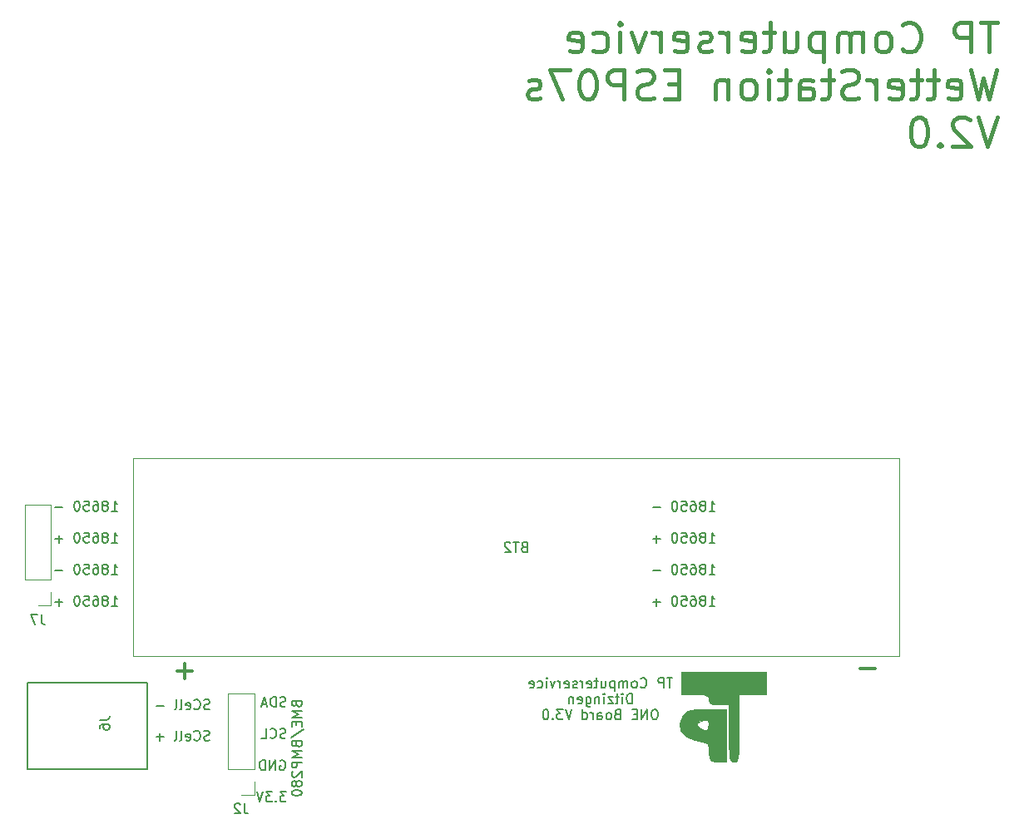
<source format=gbr>
%TF.GenerationSoftware,KiCad,Pcbnew,9.0.3*%
%TF.CreationDate,2025-07-30T11:35:09+02:00*%
%TF.ProjectId,TPOneBoard,54504f6e-6542-46f6-9172-642e6b696361,rev?*%
%TF.SameCoordinates,Original*%
%TF.FileFunction,Legend,Bot*%
%TF.FilePolarity,Positive*%
%FSLAX46Y46*%
G04 Gerber Fmt 4.6, Leading zero omitted, Abs format (unit mm)*
G04 Created by KiCad (PCBNEW 9.0.3) date 2025-07-30 11:35:09*
%MOMM*%
%LPD*%
G01*
G04 APERTURE LIST*
%ADD10C,0.150000*%
%ADD11C,0.300000*%
%ADD12C,0.450000*%
%ADD13C,0.120000*%
%ADD14C,0.010000*%
%ADD15C,0.152400*%
G04 APERTURE END LIST*
D10*
X224168411Y-91125155D02*
X224739839Y-91125155D01*
X224454125Y-91125155D02*
X224454125Y-90125155D01*
X224454125Y-90125155D02*
X224549363Y-90268012D01*
X224549363Y-90268012D02*
X224644601Y-90363250D01*
X224644601Y-90363250D02*
X224739839Y-90410869D01*
X223596982Y-90553726D02*
X223692220Y-90506107D01*
X223692220Y-90506107D02*
X223739839Y-90458488D01*
X223739839Y-90458488D02*
X223787458Y-90363250D01*
X223787458Y-90363250D02*
X223787458Y-90315631D01*
X223787458Y-90315631D02*
X223739839Y-90220393D01*
X223739839Y-90220393D02*
X223692220Y-90172774D01*
X223692220Y-90172774D02*
X223596982Y-90125155D01*
X223596982Y-90125155D02*
X223406506Y-90125155D01*
X223406506Y-90125155D02*
X223311268Y-90172774D01*
X223311268Y-90172774D02*
X223263649Y-90220393D01*
X223263649Y-90220393D02*
X223216030Y-90315631D01*
X223216030Y-90315631D02*
X223216030Y-90363250D01*
X223216030Y-90363250D02*
X223263649Y-90458488D01*
X223263649Y-90458488D02*
X223311268Y-90506107D01*
X223311268Y-90506107D02*
X223406506Y-90553726D01*
X223406506Y-90553726D02*
X223596982Y-90553726D01*
X223596982Y-90553726D02*
X223692220Y-90601345D01*
X223692220Y-90601345D02*
X223739839Y-90648964D01*
X223739839Y-90648964D02*
X223787458Y-90744202D01*
X223787458Y-90744202D02*
X223787458Y-90934678D01*
X223787458Y-90934678D02*
X223739839Y-91029916D01*
X223739839Y-91029916D02*
X223692220Y-91077536D01*
X223692220Y-91077536D02*
X223596982Y-91125155D01*
X223596982Y-91125155D02*
X223406506Y-91125155D01*
X223406506Y-91125155D02*
X223311268Y-91077536D01*
X223311268Y-91077536D02*
X223263649Y-91029916D01*
X223263649Y-91029916D02*
X223216030Y-90934678D01*
X223216030Y-90934678D02*
X223216030Y-90744202D01*
X223216030Y-90744202D02*
X223263649Y-90648964D01*
X223263649Y-90648964D02*
X223311268Y-90601345D01*
X223311268Y-90601345D02*
X223406506Y-90553726D01*
X222358887Y-90125155D02*
X222549363Y-90125155D01*
X222549363Y-90125155D02*
X222644601Y-90172774D01*
X222644601Y-90172774D02*
X222692220Y-90220393D01*
X222692220Y-90220393D02*
X222787458Y-90363250D01*
X222787458Y-90363250D02*
X222835077Y-90553726D01*
X222835077Y-90553726D02*
X222835077Y-90934678D01*
X222835077Y-90934678D02*
X222787458Y-91029916D01*
X222787458Y-91029916D02*
X222739839Y-91077536D01*
X222739839Y-91077536D02*
X222644601Y-91125155D01*
X222644601Y-91125155D02*
X222454125Y-91125155D01*
X222454125Y-91125155D02*
X222358887Y-91077536D01*
X222358887Y-91077536D02*
X222311268Y-91029916D01*
X222311268Y-91029916D02*
X222263649Y-90934678D01*
X222263649Y-90934678D02*
X222263649Y-90696583D01*
X222263649Y-90696583D02*
X222311268Y-90601345D01*
X222311268Y-90601345D02*
X222358887Y-90553726D01*
X222358887Y-90553726D02*
X222454125Y-90506107D01*
X222454125Y-90506107D02*
X222644601Y-90506107D01*
X222644601Y-90506107D02*
X222739839Y-90553726D01*
X222739839Y-90553726D02*
X222787458Y-90601345D01*
X222787458Y-90601345D02*
X222835077Y-90696583D01*
X221358887Y-90125155D02*
X221835077Y-90125155D01*
X221835077Y-90125155D02*
X221882696Y-90601345D01*
X221882696Y-90601345D02*
X221835077Y-90553726D01*
X221835077Y-90553726D02*
X221739839Y-90506107D01*
X221739839Y-90506107D02*
X221501744Y-90506107D01*
X221501744Y-90506107D02*
X221406506Y-90553726D01*
X221406506Y-90553726D02*
X221358887Y-90601345D01*
X221358887Y-90601345D02*
X221311268Y-90696583D01*
X221311268Y-90696583D02*
X221311268Y-90934678D01*
X221311268Y-90934678D02*
X221358887Y-91029916D01*
X221358887Y-91029916D02*
X221406506Y-91077536D01*
X221406506Y-91077536D02*
X221501744Y-91125155D01*
X221501744Y-91125155D02*
X221739839Y-91125155D01*
X221739839Y-91125155D02*
X221835077Y-91077536D01*
X221835077Y-91077536D02*
X221882696Y-91029916D01*
X220692220Y-90125155D02*
X220596982Y-90125155D01*
X220596982Y-90125155D02*
X220501744Y-90172774D01*
X220501744Y-90172774D02*
X220454125Y-90220393D01*
X220454125Y-90220393D02*
X220406506Y-90315631D01*
X220406506Y-90315631D02*
X220358887Y-90506107D01*
X220358887Y-90506107D02*
X220358887Y-90744202D01*
X220358887Y-90744202D02*
X220406506Y-90934678D01*
X220406506Y-90934678D02*
X220454125Y-91029916D01*
X220454125Y-91029916D02*
X220501744Y-91077536D01*
X220501744Y-91077536D02*
X220596982Y-91125155D01*
X220596982Y-91125155D02*
X220692220Y-91125155D01*
X220692220Y-91125155D02*
X220787458Y-91077536D01*
X220787458Y-91077536D02*
X220835077Y-91029916D01*
X220835077Y-91029916D02*
X220882696Y-90934678D01*
X220882696Y-90934678D02*
X220930315Y-90744202D01*
X220930315Y-90744202D02*
X220930315Y-90506107D01*
X220930315Y-90506107D02*
X220882696Y-90315631D01*
X220882696Y-90315631D02*
X220835077Y-90220393D01*
X220835077Y-90220393D02*
X220787458Y-90172774D01*
X220787458Y-90172774D02*
X220692220Y-90125155D01*
X219168410Y-90744202D02*
X218406506Y-90744202D01*
X224168411Y-94345043D02*
X224739839Y-94345043D01*
X224454125Y-94345043D02*
X224454125Y-93345043D01*
X224454125Y-93345043D02*
X224549363Y-93487900D01*
X224549363Y-93487900D02*
X224644601Y-93583138D01*
X224644601Y-93583138D02*
X224739839Y-93630757D01*
X223596982Y-93773614D02*
X223692220Y-93725995D01*
X223692220Y-93725995D02*
X223739839Y-93678376D01*
X223739839Y-93678376D02*
X223787458Y-93583138D01*
X223787458Y-93583138D02*
X223787458Y-93535519D01*
X223787458Y-93535519D02*
X223739839Y-93440281D01*
X223739839Y-93440281D02*
X223692220Y-93392662D01*
X223692220Y-93392662D02*
X223596982Y-93345043D01*
X223596982Y-93345043D02*
X223406506Y-93345043D01*
X223406506Y-93345043D02*
X223311268Y-93392662D01*
X223311268Y-93392662D02*
X223263649Y-93440281D01*
X223263649Y-93440281D02*
X223216030Y-93535519D01*
X223216030Y-93535519D02*
X223216030Y-93583138D01*
X223216030Y-93583138D02*
X223263649Y-93678376D01*
X223263649Y-93678376D02*
X223311268Y-93725995D01*
X223311268Y-93725995D02*
X223406506Y-93773614D01*
X223406506Y-93773614D02*
X223596982Y-93773614D01*
X223596982Y-93773614D02*
X223692220Y-93821233D01*
X223692220Y-93821233D02*
X223739839Y-93868852D01*
X223739839Y-93868852D02*
X223787458Y-93964090D01*
X223787458Y-93964090D02*
X223787458Y-94154566D01*
X223787458Y-94154566D02*
X223739839Y-94249804D01*
X223739839Y-94249804D02*
X223692220Y-94297424D01*
X223692220Y-94297424D02*
X223596982Y-94345043D01*
X223596982Y-94345043D02*
X223406506Y-94345043D01*
X223406506Y-94345043D02*
X223311268Y-94297424D01*
X223311268Y-94297424D02*
X223263649Y-94249804D01*
X223263649Y-94249804D02*
X223216030Y-94154566D01*
X223216030Y-94154566D02*
X223216030Y-93964090D01*
X223216030Y-93964090D02*
X223263649Y-93868852D01*
X223263649Y-93868852D02*
X223311268Y-93821233D01*
X223311268Y-93821233D02*
X223406506Y-93773614D01*
X222358887Y-93345043D02*
X222549363Y-93345043D01*
X222549363Y-93345043D02*
X222644601Y-93392662D01*
X222644601Y-93392662D02*
X222692220Y-93440281D01*
X222692220Y-93440281D02*
X222787458Y-93583138D01*
X222787458Y-93583138D02*
X222835077Y-93773614D01*
X222835077Y-93773614D02*
X222835077Y-94154566D01*
X222835077Y-94154566D02*
X222787458Y-94249804D01*
X222787458Y-94249804D02*
X222739839Y-94297424D01*
X222739839Y-94297424D02*
X222644601Y-94345043D01*
X222644601Y-94345043D02*
X222454125Y-94345043D01*
X222454125Y-94345043D02*
X222358887Y-94297424D01*
X222358887Y-94297424D02*
X222311268Y-94249804D01*
X222311268Y-94249804D02*
X222263649Y-94154566D01*
X222263649Y-94154566D02*
X222263649Y-93916471D01*
X222263649Y-93916471D02*
X222311268Y-93821233D01*
X222311268Y-93821233D02*
X222358887Y-93773614D01*
X222358887Y-93773614D02*
X222454125Y-93725995D01*
X222454125Y-93725995D02*
X222644601Y-93725995D01*
X222644601Y-93725995D02*
X222739839Y-93773614D01*
X222739839Y-93773614D02*
X222787458Y-93821233D01*
X222787458Y-93821233D02*
X222835077Y-93916471D01*
X221358887Y-93345043D02*
X221835077Y-93345043D01*
X221835077Y-93345043D02*
X221882696Y-93821233D01*
X221882696Y-93821233D02*
X221835077Y-93773614D01*
X221835077Y-93773614D02*
X221739839Y-93725995D01*
X221739839Y-93725995D02*
X221501744Y-93725995D01*
X221501744Y-93725995D02*
X221406506Y-93773614D01*
X221406506Y-93773614D02*
X221358887Y-93821233D01*
X221358887Y-93821233D02*
X221311268Y-93916471D01*
X221311268Y-93916471D02*
X221311268Y-94154566D01*
X221311268Y-94154566D02*
X221358887Y-94249804D01*
X221358887Y-94249804D02*
X221406506Y-94297424D01*
X221406506Y-94297424D02*
X221501744Y-94345043D01*
X221501744Y-94345043D02*
X221739839Y-94345043D01*
X221739839Y-94345043D02*
X221835077Y-94297424D01*
X221835077Y-94297424D02*
X221882696Y-94249804D01*
X220692220Y-93345043D02*
X220596982Y-93345043D01*
X220596982Y-93345043D02*
X220501744Y-93392662D01*
X220501744Y-93392662D02*
X220454125Y-93440281D01*
X220454125Y-93440281D02*
X220406506Y-93535519D01*
X220406506Y-93535519D02*
X220358887Y-93725995D01*
X220358887Y-93725995D02*
X220358887Y-93964090D01*
X220358887Y-93964090D02*
X220406506Y-94154566D01*
X220406506Y-94154566D02*
X220454125Y-94249804D01*
X220454125Y-94249804D02*
X220501744Y-94297424D01*
X220501744Y-94297424D02*
X220596982Y-94345043D01*
X220596982Y-94345043D02*
X220692220Y-94345043D01*
X220692220Y-94345043D02*
X220787458Y-94297424D01*
X220787458Y-94297424D02*
X220835077Y-94249804D01*
X220835077Y-94249804D02*
X220882696Y-94154566D01*
X220882696Y-94154566D02*
X220930315Y-93964090D01*
X220930315Y-93964090D02*
X220930315Y-93725995D01*
X220930315Y-93725995D02*
X220882696Y-93535519D01*
X220882696Y-93535519D02*
X220835077Y-93440281D01*
X220835077Y-93440281D02*
X220787458Y-93392662D01*
X220787458Y-93392662D02*
X220692220Y-93345043D01*
X219168410Y-93964090D02*
X218406506Y-93964090D01*
X218787458Y-94345043D02*
X218787458Y-93583138D01*
X224168411Y-97564931D02*
X224739839Y-97564931D01*
X224454125Y-97564931D02*
X224454125Y-96564931D01*
X224454125Y-96564931D02*
X224549363Y-96707788D01*
X224549363Y-96707788D02*
X224644601Y-96803026D01*
X224644601Y-96803026D02*
X224739839Y-96850645D01*
X223596982Y-96993502D02*
X223692220Y-96945883D01*
X223692220Y-96945883D02*
X223739839Y-96898264D01*
X223739839Y-96898264D02*
X223787458Y-96803026D01*
X223787458Y-96803026D02*
X223787458Y-96755407D01*
X223787458Y-96755407D02*
X223739839Y-96660169D01*
X223739839Y-96660169D02*
X223692220Y-96612550D01*
X223692220Y-96612550D02*
X223596982Y-96564931D01*
X223596982Y-96564931D02*
X223406506Y-96564931D01*
X223406506Y-96564931D02*
X223311268Y-96612550D01*
X223311268Y-96612550D02*
X223263649Y-96660169D01*
X223263649Y-96660169D02*
X223216030Y-96755407D01*
X223216030Y-96755407D02*
X223216030Y-96803026D01*
X223216030Y-96803026D02*
X223263649Y-96898264D01*
X223263649Y-96898264D02*
X223311268Y-96945883D01*
X223311268Y-96945883D02*
X223406506Y-96993502D01*
X223406506Y-96993502D02*
X223596982Y-96993502D01*
X223596982Y-96993502D02*
X223692220Y-97041121D01*
X223692220Y-97041121D02*
X223739839Y-97088740D01*
X223739839Y-97088740D02*
X223787458Y-97183978D01*
X223787458Y-97183978D02*
X223787458Y-97374454D01*
X223787458Y-97374454D02*
X223739839Y-97469692D01*
X223739839Y-97469692D02*
X223692220Y-97517312D01*
X223692220Y-97517312D02*
X223596982Y-97564931D01*
X223596982Y-97564931D02*
X223406506Y-97564931D01*
X223406506Y-97564931D02*
X223311268Y-97517312D01*
X223311268Y-97517312D02*
X223263649Y-97469692D01*
X223263649Y-97469692D02*
X223216030Y-97374454D01*
X223216030Y-97374454D02*
X223216030Y-97183978D01*
X223216030Y-97183978D02*
X223263649Y-97088740D01*
X223263649Y-97088740D02*
X223311268Y-97041121D01*
X223311268Y-97041121D02*
X223406506Y-96993502D01*
X222358887Y-96564931D02*
X222549363Y-96564931D01*
X222549363Y-96564931D02*
X222644601Y-96612550D01*
X222644601Y-96612550D02*
X222692220Y-96660169D01*
X222692220Y-96660169D02*
X222787458Y-96803026D01*
X222787458Y-96803026D02*
X222835077Y-96993502D01*
X222835077Y-96993502D02*
X222835077Y-97374454D01*
X222835077Y-97374454D02*
X222787458Y-97469692D01*
X222787458Y-97469692D02*
X222739839Y-97517312D01*
X222739839Y-97517312D02*
X222644601Y-97564931D01*
X222644601Y-97564931D02*
X222454125Y-97564931D01*
X222454125Y-97564931D02*
X222358887Y-97517312D01*
X222358887Y-97517312D02*
X222311268Y-97469692D01*
X222311268Y-97469692D02*
X222263649Y-97374454D01*
X222263649Y-97374454D02*
X222263649Y-97136359D01*
X222263649Y-97136359D02*
X222311268Y-97041121D01*
X222311268Y-97041121D02*
X222358887Y-96993502D01*
X222358887Y-96993502D02*
X222454125Y-96945883D01*
X222454125Y-96945883D02*
X222644601Y-96945883D01*
X222644601Y-96945883D02*
X222739839Y-96993502D01*
X222739839Y-96993502D02*
X222787458Y-97041121D01*
X222787458Y-97041121D02*
X222835077Y-97136359D01*
X221358887Y-96564931D02*
X221835077Y-96564931D01*
X221835077Y-96564931D02*
X221882696Y-97041121D01*
X221882696Y-97041121D02*
X221835077Y-96993502D01*
X221835077Y-96993502D02*
X221739839Y-96945883D01*
X221739839Y-96945883D02*
X221501744Y-96945883D01*
X221501744Y-96945883D02*
X221406506Y-96993502D01*
X221406506Y-96993502D02*
X221358887Y-97041121D01*
X221358887Y-97041121D02*
X221311268Y-97136359D01*
X221311268Y-97136359D02*
X221311268Y-97374454D01*
X221311268Y-97374454D02*
X221358887Y-97469692D01*
X221358887Y-97469692D02*
X221406506Y-97517312D01*
X221406506Y-97517312D02*
X221501744Y-97564931D01*
X221501744Y-97564931D02*
X221739839Y-97564931D01*
X221739839Y-97564931D02*
X221835077Y-97517312D01*
X221835077Y-97517312D02*
X221882696Y-97469692D01*
X220692220Y-96564931D02*
X220596982Y-96564931D01*
X220596982Y-96564931D02*
X220501744Y-96612550D01*
X220501744Y-96612550D02*
X220454125Y-96660169D01*
X220454125Y-96660169D02*
X220406506Y-96755407D01*
X220406506Y-96755407D02*
X220358887Y-96945883D01*
X220358887Y-96945883D02*
X220358887Y-97183978D01*
X220358887Y-97183978D02*
X220406506Y-97374454D01*
X220406506Y-97374454D02*
X220454125Y-97469692D01*
X220454125Y-97469692D02*
X220501744Y-97517312D01*
X220501744Y-97517312D02*
X220596982Y-97564931D01*
X220596982Y-97564931D02*
X220692220Y-97564931D01*
X220692220Y-97564931D02*
X220787458Y-97517312D01*
X220787458Y-97517312D02*
X220835077Y-97469692D01*
X220835077Y-97469692D02*
X220882696Y-97374454D01*
X220882696Y-97374454D02*
X220930315Y-97183978D01*
X220930315Y-97183978D02*
X220930315Y-96945883D01*
X220930315Y-96945883D02*
X220882696Y-96755407D01*
X220882696Y-96755407D02*
X220835077Y-96660169D01*
X220835077Y-96660169D02*
X220787458Y-96612550D01*
X220787458Y-96612550D02*
X220692220Y-96564931D01*
X219168410Y-97183978D02*
X218406506Y-97183978D01*
X224168411Y-100784819D02*
X224739839Y-100784819D01*
X224454125Y-100784819D02*
X224454125Y-99784819D01*
X224454125Y-99784819D02*
X224549363Y-99927676D01*
X224549363Y-99927676D02*
X224644601Y-100022914D01*
X224644601Y-100022914D02*
X224739839Y-100070533D01*
X223596982Y-100213390D02*
X223692220Y-100165771D01*
X223692220Y-100165771D02*
X223739839Y-100118152D01*
X223739839Y-100118152D02*
X223787458Y-100022914D01*
X223787458Y-100022914D02*
X223787458Y-99975295D01*
X223787458Y-99975295D02*
X223739839Y-99880057D01*
X223739839Y-99880057D02*
X223692220Y-99832438D01*
X223692220Y-99832438D02*
X223596982Y-99784819D01*
X223596982Y-99784819D02*
X223406506Y-99784819D01*
X223406506Y-99784819D02*
X223311268Y-99832438D01*
X223311268Y-99832438D02*
X223263649Y-99880057D01*
X223263649Y-99880057D02*
X223216030Y-99975295D01*
X223216030Y-99975295D02*
X223216030Y-100022914D01*
X223216030Y-100022914D02*
X223263649Y-100118152D01*
X223263649Y-100118152D02*
X223311268Y-100165771D01*
X223311268Y-100165771D02*
X223406506Y-100213390D01*
X223406506Y-100213390D02*
X223596982Y-100213390D01*
X223596982Y-100213390D02*
X223692220Y-100261009D01*
X223692220Y-100261009D02*
X223739839Y-100308628D01*
X223739839Y-100308628D02*
X223787458Y-100403866D01*
X223787458Y-100403866D02*
X223787458Y-100594342D01*
X223787458Y-100594342D02*
X223739839Y-100689580D01*
X223739839Y-100689580D02*
X223692220Y-100737200D01*
X223692220Y-100737200D02*
X223596982Y-100784819D01*
X223596982Y-100784819D02*
X223406506Y-100784819D01*
X223406506Y-100784819D02*
X223311268Y-100737200D01*
X223311268Y-100737200D02*
X223263649Y-100689580D01*
X223263649Y-100689580D02*
X223216030Y-100594342D01*
X223216030Y-100594342D02*
X223216030Y-100403866D01*
X223216030Y-100403866D02*
X223263649Y-100308628D01*
X223263649Y-100308628D02*
X223311268Y-100261009D01*
X223311268Y-100261009D02*
X223406506Y-100213390D01*
X222358887Y-99784819D02*
X222549363Y-99784819D01*
X222549363Y-99784819D02*
X222644601Y-99832438D01*
X222644601Y-99832438D02*
X222692220Y-99880057D01*
X222692220Y-99880057D02*
X222787458Y-100022914D01*
X222787458Y-100022914D02*
X222835077Y-100213390D01*
X222835077Y-100213390D02*
X222835077Y-100594342D01*
X222835077Y-100594342D02*
X222787458Y-100689580D01*
X222787458Y-100689580D02*
X222739839Y-100737200D01*
X222739839Y-100737200D02*
X222644601Y-100784819D01*
X222644601Y-100784819D02*
X222454125Y-100784819D01*
X222454125Y-100784819D02*
X222358887Y-100737200D01*
X222358887Y-100737200D02*
X222311268Y-100689580D01*
X222311268Y-100689580D02*
X222263649Y-100594342D01*
X222263649Y-100594342D02*
X222263649Y-100356247D01*
X222263649Y-100356247D02*
X222311268Y-100261009D01*
X222311268Y-100261009D02*
X222358887Y-100213390D01*
X222358887Y-100213390D02*
X222454125Y-100165771D01*
X222454125Y-100165771D02*
X222644601Y-100165771D01*
X222644601Y-100165771D02*
X222739839Y-100213390D01*
X222739839Y-100213390D02*
X222787458Y-100261009D01*
X222787458Y-100261009D02*
X222835077Y-100356247D01*
X221358887Y-99784819D02*
X221835077Y-99784819D01*
X221835077Y-99784819D02*
X221882696Y-100261009D01*
X221882696Y-100261009D02*
X221835077Y-100213390D01*
X221835077Y-100213390D02*
X221739839Y-100165771D01*
X221739839Y-100165771D02*
X221501744Y-100165771D01*
X221501744Y-100165771D02*
X221406506Y-100213390D01*
X221406506Y-100213390D02*
X221358887Y-100261009D01*
X221358887Y-100261009D02*
X221311268Y-100356247D01*
X221311268Y-100356247D02*
X221311268Y-100594342D01*
X221311268Y-100594342D02*
X221358887Y-100689580D01*
X221358887Y-100689580D02*
X221406506Y-100737200D01*
X221406506Y-100737200D02*
X221501744Y-100784819D01*
X221501744Y-100784819D02*
X221739839Y-100784819D01*
X221739839Y-100784819D02*
X221835077Y-100737200D01*
X221835077Y-100737200D02*
X221882696Y-100689580D01*
X220692220Y-99784819D02*
X220596982Y-99784819D01*
X220596982Y-99784819D02*
X220501744Y-99832438D01*
X220501744Y-99832438D02*
X220454125Y-99880057D01*
X220454125Y-99880057D02*
X220406506Y-99975295D01*
X220406506Y-99975295D02*
X220358887Y-100165771D01*
X220358887Y-100165771D02*
X220358887Y-100403866D01*
X220358887Y-100403866D02*
X220406506Y-100594342D01*
X220406506Y-100594342D02*
X220454125Y-100689580D01*
X220454125Y-100689580D02*
X220501744Y-100737200D01*
X220501744Y-100737200D02*
X220596982Y-100784819D01*
X220596982Y-100784819D02*
X220692220Y-100784819D01*
X220692220Y-100784819D02*
X220787458Y-100737200D01*
X220787458Y-100737200D02*
X220835077Y-100689580D01*
X220835077Y-100689580D02*
X220882696Y-100594342D01*
X220882696Y-100594342D02*
X220930315Y-100403866D01*
X220930315Y-100403866D02*
X220930315Y-100165771D01*
X220930315Y-100165771D02*
X220882696Y-99975295D01*
X220882696Y-99975295D02*
X220835077Y-99880057D01*
X220835077Y-99880057D02*
X220787458Y-99832438D01*
X220787458Y-99832438D02*
X220692220Y-99784819D01*
X219168410Y-100403866D02*
X218406506Y-100403866D01*
X218787458Y-100784819D02*
X218787458Y-100022914D01*
X220424333Y-108121931D02*
X219852905Y-108121931D01*
X220138619Y-109121931D02*
X220138619Y-108121931D01*
X219519571Y-109121931D02*
X219519571Y-108121931D01*
X219519571Y-108121931D02*
X219138619Y-108121931D01*
X219138619Y-108121931D02*
X219043381Y-108169550D01*
X219043381Y-108169550D02*
X218995762Y-108217169D01*
X218995762Y-108217169D02*
X218948143Y-108312407D01*
X218948143Y-108312407D02*
X218948143Y-108455264D01*
X218948143Y-108455264D02*
X218995762Y-108550502D01*
X218995762Y-108550502D02*
X219043381Y-108598121D01*
X219043381Y-108598121D02*
X219138619Y-108645740D01*
X219138619Y-108645740D02*
X219519571Y-108645740D01*
X217186238Y-109026692D02*
X217233857Y-109074312D01*
X217233857Y-109074312D02*
X217376714Y-109121931D01*
X217376714Y-109121931D02*
X217471952Y-109121931D01*
X217471952Y-109121931D02*
X217614809Y-109074312D01*
X217614809Y-109074312D02*
X217710047Y-108979073D01*
X217710047Y-108979073D02*
X217757666Y-108883835D01*
X217757666Y-108883835D02*
X217805285Y-108693359D01*
X217805285Y-108693359D02*
X217805285Y-108550502D01*
X217805285Y-108550502D02*
X217757666Y-108360026D01*
X217757666Y-108360026D02*
X217710047Y-108264788D01*
X217710047Y-108264788D02*
X217614809Y-108169550D01*
X217614809Y-108169550D02*
X217471952Y-108121931D01*
X217471952Y-108121931D02*
X217376714Y-108121931D01*
X217376714Y-108121931D02*
X217233857Y-108169550D01*
X217233857Y-108169550D02*
X217186238Y-108217169D01*
X216614809Y-109121931D02*
X216710047Y-109074312D01*
X216710047Y-109074312D02*
X216757666Y-109026692D01*
X216757666Y-109026692D02*
X216805285Y-108931454D01*
X216805285Y-108931454D02*
X216805285Y-108645740D01*
X216805285Y-108645740D02*
X216757666Y-108550502D01*
X216757666Y-108550502D02*
X216710047Y-108502883D01*
X216710047Y-108502883D02*
X216614809Y-108455264D01*
X216614809Y-108455264D02*
X216471952Y-108455264D01*
X216471952Y-108455264D02*
X216376714Y-108502883D01*
X216376714Y-108502883D02*
X216329095Y-108550502D01*
X216329095Y-108550502D02*
X216281476Y-108645740D01*
X216281476Y-108645740D02*
X216281476Y-108931454D01*
X216281476Y-108931454D02*
X216329095Y-109026692D01*
X216329095Y-109026692D02*
X216376714Y-109074312D01*
X216376714Y-109074312D02*
X216471952Y-109121931D01*
X216471952Y-109121931D02*
X216614809Y-109121931D01*
X215852904Y-109121931D02*
X215852904Y-108455264D01*
X215852904Y-108550502D02*
X215805285Y-108502883D01*
X215805285Y-108502883D02*
X215710047Y-108455264D01*
X215710047Y-108455264D02*
X215567190Y-108455264D01*
X215567190Y-108455264D02*
X215471952Y-108502883D01*
X215471952Y-108502883D02*
X215424333Y-108598121D01*
X215424333Y-108598121D02*
X215424333Y-109121931D01*
X215424333Y-108598121D02*
X215376714Y-108502883D01*
X215376714Y-108502883D02*
X215281476Y-108455264D01*
X215281476Y-108455264D02*
X215138619Y-108455264D01*
X215138619Y-108455264D02*
X215043380Y-108502883D01*
X215043380Y-108502883D02*
X214995761Y-108598121D01*
X214995761Y-108598121D02*
X214995761Y-109121931D01*
X214519571Y-108455264D02*
X214519571Y-109455264D01*
X214519571Y-108502883D02*
X214424333Y-108455264D01*
X214424333Y-108455264D02*
X214233857Y-108455264D01*
X214233857Y-108455264D02*
X214138619Y-108502883D01*
X214138619Y-108502883D02*
X214091000Y-108550502D01*
X214091000Y-108550502D02*
X214043381Y-108645740D01*
X214043381Y-108645740D02*
X214043381Y-108931454D01*
X214043381Y-108931454D02*
X214091000Y-109026692D01*
X214091000Y-109026692D02*
X214138619Y-109074312D01*
X214138619Y-109074312D02*
X214233857Y-109121931D01*
X214233857Y-109121931D02*
X214424333Y-109121931D01*
X214424333Y-109121931D02*
X214519571Y-109074312D01*
X213186238Y-108455264D02*
X213186238Y-109121931D01*
X213614809Y-108455264D02*
X213614809Y-108979073D01*
X213614809Y-108979073D02*
X213567190Y-109074312D01*
X213567190Y-109074312D02*
X213471952Y-109121931D01*
X213471952Y-109121931D02*
X213329095Y-109121931D01*
X213329095Y-109121931D02*
X213233857Y-109074312D01*
X213233857Y-109074312D02*
X213186238Y-109026692D01*
X212852904Y-108455264D02*
X212471952Y-108455264D01*
X212710047Y-108121931D02*
X212710047Y-108979073D01*
X212710047Y-108979073D02*
X212662428Y-109074312D01*
X212662428Y-109074312D02*
X212567190Y-109121931D01*
X212567190Y-109121931D02*
X212471952Y-109121931D01*
X211757666Y-109074312D02*
X211852904Y-109121931D01*
X211852904Y-109121931D02*
X212043380Y-109121931D01*
X212043380Y-109121931D02*
X212138618Y-109074312D01*
X212138618Y-109074312D02*
X212186237Y-108979073D01*
X212186237Y-108979073D02*
X212186237Y-108598121D01*
X212186237Y-108598121D02*
X212138618Y-108502883D01*
X212138618Y-108502883D02*
X212043380Y-108455264D01*
X212043380Y-108455264D02*
X211852904Y-108455264D01*
X211852904Y-108455264D02*
X211757666Y-108502883D01*
X211757666Y-108502883D02*
X211710047Y-108598121D01*
X211710047Y-108598121D02*
X211710047Y-108693359D01*
X211710047Y-108693359D02*
X212186237Y-108788597D01*
X211281475Y-109121931D02*
X211281475Y-108455264D01*
X211281475Y-108645740D02*
X211233856Y-108550502D01*
X211233856Y-108550502D02*
X211186237Y-108502883D01*
X211186237Y-108502883D02*
X211090999Y-108455264D01*
X211090999Y-108455264D02*
X210995761Y-108455264D01*
X210710046Y-109074312D02*
X210614808Y-109121931D01*
X210614808Y-109121931D02*
X210424332Y-109121931D01*
X210424332Y-109121931D02*
X210329094Y-109074312D01*
X210329094Y-109074312D02*
X210281475Y-108979073D01*
X210281475Y-108979073D02*
X210281475Y-108931454D01*
X210281475Y-108931454D02*
X210329094Y-108836216D01*
X210329094Y-108836216D02*
X210424332Y-108788597D01*
X210424332Y-108788597D02*
X210567189Y-108788597D01*
X210567189Y-108788597D02*
X210662427Y-108740978D01*
X210662427Y-108740978D02*
X210710046Y-108645740D01*
X210710046Y-108645740D02*
X210710046Y-108598121D01*
X210710046Y-108598121D02*
X210662427Y-108502883D01*
X210662427Y-108502883D02*
X210567189Y-108455264D01*
X210567189Y-108455264D02*
X210424332Y-108455264D01*
X210424332Y-108455264D02*
X210329094Y-108502883D01*
X209471951Y-109074312D02*
X209567189Y-109121931D01*
X209567189Y-109121931D02*
X209757665Y-109121931D01*
X209757665Y-109121931D02*
X209852903Y-109074312D01*
X209852903Y-109074312D02*
X209900522Y-108979073D01*
X209900522Y-108979073D02*
X209900522Y-108598121D01*
X209900522Y-108598121D02*
X209852903Y-108502883D01*
X209852903Y-108502883D02*
X209757665Y-108455264D01*
X209757665Y-108455264D02*
X209567189Y-108455264D01*
X209567189Y-108455264D02*
X209471951Y-108502883D01*
X209471951Y-108502883D02*
X209424332Y-108598121D01*
X209424332Y-108598121D02*
X209424332Y-108693359D01*
X209424332Y-108693359D02*
X209900522Y-108788597D01*
X208995760Y-109121931D02*
X208995760Y-108455264D01*
X208995760Y-108645740D02*
X208948141Y-108550502D01*
X208948141Y-108550502D02*
X208900522Y-108502883D01*
X208900522Y-108502883D02*
X208805284Y-108455264D01*
X208805284Y-108455264D02*
X208710046Y-108455264D01*
X208471950Y-108455264D02*
X208233855Y-109121931D01*
X208233855Y-109121931D02*
X207995760Y-108455264D01*
X207614807Y-109121931D02*
X207614807Y-108455264D01*
X207614807Y-108121931D02*
X207662426Y-108169550D01*
X207662426Y-108169550D02*
X207614807Y-108217169D01*
X207614807Y-108217169D02*
X207567188Y-108169550D01*
X207567188Y-108169550D02*
X207614807Y-108121931D01*
X207614807Y-108121931D02*
X207614807Y-108217169D01*
X206710046Y-109074312D02*
X206805284Y-109121931D01*
X206805284Y-109121931D02*
X206995760Y-109121931D01*
X206995760Y-109121931D02*
X207090998Y-109074312D01*
X207090998Y-109074312D02*
X207138617Y-109026692D01*
X207138617Y-109026692D02*
X207186236Y-108931454D01*
X207186236Y-108931454D02*
X207186236Y-108645740D01*
X207186236Y-108645740D02*
X207138617Y-108550502D01*
X207138617Y-108550502D02*
X207090998Y-108502883D01*
X207090998Y-108502883D02*
X206995760Y-108455264D01*
X206995760Y-108455264D02*
X206805284Y-108455264D01*
X206805284Y-108455264D02*
X206710046Y-108502883D01*
X205900522Y-109074312D02*
X205995760Y-109121931D01*
X205995760Y-109121931D02*
X206186236Y-109121931D01*
X206186236Y-109121931D02*
X206281474Y-109074312D01*
X206281474Y-109074312D02*
X206329093Y-108979073D01*
X206329093Y-108979073D02*
X206329093Y-108598121D01*
X206329093Y-108598121D02*
X206281474Y-108502883D01*
X206281474Y-108502883D02*
X206186236Y-108455264D01*
X206186236Y-108455264D02*
X205995760Y-108455264D01*
X205995760Y-108455264D02*
X205900522Y-108502883D01*
X205900522Y-108502883D02*
X205852903Y-108598121D01*
X205852903Y-108598121D02*
X205852903Y-108693359D01*
X205852903Y-108693359D02*
X206329093Y-108788597D01*
X216305285Y-110731875D02*
X216305285Y-109731875D01*
X216305285Y-109731875D02*
X216067190Y-109731875D01*
X216067190Y-109731875D02*
X215924333Y-109779494D01*
X215924333Y-109779494D02*
X215829095Y-109874732D01*
X215829095Y-109874732D02*
X215781476Y-109969970D01*
X215781476Y-109969970D02*
X215733857Y-110160446D01*
X215733857Y-110160446D02*
X215733857Y-110303303D01*
X215733857Y-110303303D02*
X215781476Y-110493779D01*
X215781476Y-110493779D02*
X215829095Y-110589017D01*
X215829095Y-110589017D02*
X215924333Y-110684256D01*
X215924333Y-110684256D02*
X216067190Y-110731875D01*
X216067190Y-110731875D02*
X216305285Y-110731875D01*
X215305285Y-110731875D02*
X215305285Y-110065208D01*
X215305285Y-109731875D02*
X215352904Y-109779494D01*
X215352904Y-109779494D02*
X215305285Y-109827113D01*
X215305285Y-109827113D02*
X215257666Y-109779494D01*
X215257666Y-109779494D02*
X215305285Y-109731875D01*
X215305285Y-109731875D02*
X215305285Y-109827113D01*
X214971952Y-110065208D02*
X214591000Y-110065208D01*
X214829095Y-109731875D02*
X214829095Y-110589017D01*
X214829095Y-110589017D02*
X214781476Y-110684256D01*
X214781476Y-110684256D02*
X214686238Y-110731875D01*
X214686238Y-110731875D02*
X214591000Y-110731875D01*
X214352904Y-110065208D02*
X213829095Y-110065208D01*
X213829095Y-110065208D02*
X214352904Y-110731875D01*
X214352904Y-110731875D02*
X213829095Y-110731875D01*
X213448142Y-110731875D02*
X213448142Y-110065208D01*
X213448142Y-109731875D02*
X213495761Y-109779494D01*
X213495761Y-109779494D02*
X213448142Y-109827113D01*
X213448142Y-109827113D02*
X213400523Y-109779494D01*
X213400523Y-109779494D02*
X213448142Y-109731875D01*
X213448142Y-109731875D02*
X213448142Y-109827113D01*
X212971952Y-110065208D02*
X212971952Y-110731875D01*
X212971952Y-110160446D02*
X212924333Y-110112827D01*
X212924333Y-110112827D02*
X212829095Y-110065208D01*
X212829095Y-110065208D02*
X212686238Y-110065208D01*
X212686238Y-110065208D02*
X212591000Y-110112827D01*
X212591000Y-110112827D02*
X212543381Y-110208065D01*
X212543381Y-110208065D02*
X212543381Y-110731875D01*
X211638619Y-110065208D02*
X211638619Y-110874732D01*
X211638619Y-110874732D02*
X211686238Y-110969970D01*
X211686238Y-110969970D02*
X211733857Y-111017589D01*
X211733857Y-111017589D02*
X211829095Y-111065208D01*
X211829095Y-111065208D02*
X211971952Y-111065208D01*
X211971952Y-111065208D02*
X212067190Y-111017589D01*
X211638619Y-110684256D02*
X211733857Y-110731875D01*
X211733857Y-110731875D02*
X211924333Y-110731875D01*
X211924333Y-110731875D02*
X212019571Y-110684256D01*
X212019571Y-110684256D02*
X212067190Y-110636636D01*
X212067190Y-110636636D02*
X212114809Y-110541398D01*
X212114809Y-110541398D02*
X212114809Y-110255684D01*
X212114809Y-110255684D02*
X212067190Y-110160446D01*
X212067190Y-110160446D02*
X212019571Y-110112827D01*
X212019571Y-110112827D02*
X211924333Y-110065208D01*
X211924333Y-110065208D02*
X211733857Y-110065208D01*
X211733857Y-110065208D02*
X211638619Y-110112827D01*
X210781476Y-110684256D02*
X210876714Y-110731875D01*
X210876714Y-110731875D02*
X211067190Y-110731875D01*
X211067190Y-110731875D02*
X211162428Y-110684256D01*
X211162428Y-110684256D02*
X211210047Y-110589017D01*
X211210047Y-110589017D02*
X211210047Y-110208065D01*
X211210047Y-110208065D02*
X211162428Y-110112827D01*
X211162428Y-110112827D02*
X211067190Y-110065208D01*
X211067190Y-110065208D02*
X210876714Y-110065208D01*
X210876714Y-110065208D02*
X210781476Y-110112827D01*
X210781476Y-110112827D02*
X210733857Y-110208065D01*
X210733857Y-110208065D02*
X210733857Y-110303303D01*
X210733857Y-110303303D02*
X211210047Y-110398541D01*
X210305285Y-110065208D02*
X210305285Y-110731875D01*
X210305285Y-110160446D02*
X210257666Y-110112827D01*
X210257666Y-110112827D02*
X210162428Y-110065208D01*
X210162428Y-110065208D02*
X210019571Y-110065208D01*
X210019571Y-110065208D02*
X209924333Y-110112827D01*
X209924333Y-110112827D02*
X209876714Y-110208065D01*
X209876714Y-110208065D02*
X209876714Y-110731875D01*
X218710047Y-111341819D02*
X218519571Y-111341819D01*
X218519571Y-111341819D02*
X218424333Y-111389438D01*
X218424333Y-111389438D02*
X218329095Y-111484676D01*
X218329095Y-111484676D02*
X218281476Y-111675152D01*
X218281476Y-111675152D02*
X218281476Y-112008485D01*
X218281476Y-112008485D02*
X218329095Y-112198961D01*
X218329095Y-112198961D02*
X218424333Y-112294200D01*
X218424333Y-112294200D02*
X218519571Y-112341819D01*
X218519571Y-112341819D02*
X218710047Y-112341819D01*
X218710047Y-112341819D02*
X218805285Y-112294200D01*
X218805285Y-112294200D02*
X218900523Y-112198961D01*
X218900523Y-112198961D02*
X218948142Y-112008485D01*
X218948142Y-112008485D02*
X218948142Y-111675152D01*
X218948142Y-111675152D02*
X218900523Y-111484676D01*
X218900523Y-111484676D02*
X218805285Y-111389438D01*
X218805285Y-111389438D02*
X218710047Y-111341819D01*
X217852904Y-112341819D02*
X217852904Y-111341819D01*
X217852904Y-111341819D02*
X217281476Y-112341819D01*
X217281476Y-112341819D02*
X217281476Y-111341819D01*
X216805285Y-111818009D02*
X216471952Y-111818009D01*
X216329095Y-112341819D02*
X216805285Y-112341819D01*
X216805285Y-112341819D02*
X216805285Y-111341819D01*
X216805285Y-111341819D02*
X216329095Y-111341819D01*
X214805285Y-111818009D02*
X214662428Y-111865628D01*
X214662428Y-111865628D02*
X214614809Y-111913247D01*
X214614809Y-111913247D02*
X214567190Y-112008485D01*
X214567190Y-112008485D02*
X214567190Y-112151342D01*
X214567190Y-112151342D02*
X214614809Y-112246580D01*
X214614809Y-112246580D02*
X214662428Y-112294200D01*
X214662428Y-112294200D02*
X214757666Y-112341819D01*
X214757666Y-112341819D02*
X215138618Y-112341819D01*
X215138618Y-112341819D02*
X215138618Y-111341819D01*
X215138618Y-111341819D02*
X214805285Y-111341819D01*
X214805285Y-111341819D02*
X214710047Y-111389438D01*
X214710047Y-111389438D02*
X214662428Y-111437057D01*
X214662428Y-111437057D02*
X214614809Y-111532295D01*
X214614809Y-111532295D02*
X214614809Y-111627533D01*
X214614809Y-111627533D02*
X214662428Y-111722771D01*
X214662428Y-111722771D02*
X214710047Y-111770390D01*
X214710047Y-111770390D02*
X214805285Y-111818009D01*
X214805285Y-111818009D02*
X215138618Y-111818009D01*
X213995761Y-112341819D02*
X214090999Y-112294200D01*
X214090999Y-112294200D02*
X214138618Y-112246580D01*
X214138618Y-112246580D02*
X214186237Y-112151342D01*
X214186237Y-112151342D02*
X214186237Y-111865628D01*
X214186237Y-111865628D02*
X214138618Y-111770390D01*
X214138618Y-111770390D02*
X214090999Y-111722771D01*
X214090999Y-111722771D02*
X213995761Y-111675152D01*
X213995761Y-111675152D02*
X213852904Y-111675152D01*
X213852904Y-111675152D02*
X213757666Y-111722771D01*
X213757666Y-111722771D02*
X213710047Y-111770390D01*
X213710047Y-111770390D02*
X213662428Y-111865628D01*
X213662428Y-111865628D02*
X213662428Y-112151342D01*
X213662428Y-112151342D02*
X213710047Y-112246580D01*
X213710047Y-112246580D02*
X213757666Y-112294200D01*
X213757666Y-112294200D02*
X213852904Y-112341819D01*
X213852904Y-112341819D02*
X213995761Y-112341819D01*
X212805285Y-112341819D02*
X212805285Y-111818009D01*
X212805285Y-111818009D02*
X212852904Y-111722771D01*
X212852904Y-111722771D02*
X212948142Y-111675152D01*
X212948142Y-111675152D02*
X213138618Y-111675152D01*
X213138618Y-111675152D02*
X213233856Y-111722771D01*
X212805285Y-112294200D02*
X212900523Y-112341819D01*
X212900523Y-112341819D02*
X213138618Y-112341819D01*
X213138618Y-112341819D02*
X213233856Y-112294200D01*
X213233856Y-112294200D02*
X213281475Y-112198961D01*
X213281475Y-112198961D02*
X213281475Y-112103723D01*
X213281475Y-112103723D02*
X213233856Y-112008485D01*
X213233856Y-112008485D02*
X213138618Y-111960866D01*
X213138618Y-111960866D02*
X212900523Y-111960866D01*
X212900523Y-111960866D02*
X212805285Y-111913247D01*
X212329094Y-112341819D02*
X212329094Y-111675152D01*
X212329094Y-111865628D02*
X212281475Y-111770390D01*
X212281475Y-111770390D02*
X212233856Y-111722771D01*
X212233856Y-111722771D02*
X212138618Y-111675152D01*
X212138618Y-111675152D02*
X212043380Y-111675152D01*
X211281475Y-112341819D02*
X211281475Y-111341819D01*
X211281475Y-112294200D02*
X211376713Y-112341819D01*
X211376713Y-112341819D02*
X211567189Y-112341819D01*
X211567189Y-112341819D02*
X211662427Y-112294200D01*
X211662427Y-112294200D02*
X211710046Y-112246580D01*
X211710046Y-112246580D02*
X211757665Y-112151342D01*
X211757665Y-112151342D02*
X211757665Y-111865628D01*
X211757665Y-111865628D02*
X211710046Y-111770390D01*
X211710046Y-111770390D02*
X211662427Y-111722771D01*
X211662427Y-111722771D02*
X211567189Y-111675152D01*
X211567189Y-111675152D02*
X211376713Y-111675152D01*
X211376713Y-111675152D02*
X211281475Y-111722771D01*
X210186236Y-111341819D02*
X209852903Y-112341819D01*
X209852903Y-112341819D02*
X209519570Y-111341819D01*
X209281474Y-111341819D02*
X208662427Y-111341819D01*
X208662427Y-111341819D02*
X208995760Y-111722771D01*
X208995760Y-111722771D02*
X208852903Y-111722771D01*
X208852903Y-111722771D02*
X208757665Y-111770390D01*
X208757665Y-111770390D02*
X208710046Y-111818009D01*
X208710046Y-111818009D02*
X208662427Y-111913247D01*
X208662427Y-111913247D02*
X208662427Y-112151342D01*
X208662427Y-112151342D02*
X208710046Y-112246580D01*
X208710046Y-112246580D02*
X208757665Y-112294200D01*
X208757665Y-112294200D02*
X208852903Y-112341819D01*
X208852903Y-112341819D02*
X209138617Y-112341819D01*
X209138617Y-112341819D02*
X209233855Y-112294200D01*
X209233855Y-112294200D02*
X209281474Y-112246580D01*
X208233855Y-112246580D02*
X208186236Y-112294200D01*
X208186236Y-112294200D02*
X208233855Y-112341819D01*
X208233855Y-112341819D02*
X208281474Y-112294200D01*
X208281474Y-112294200D02*
X208233855Y-112246580D01*
X208233855Y-112246580D02*
X208233855Y-112341819D01*
X207567189Y-111341819D02*
X207471951Y-111341819D01*
X207471951Y-111341819D02*
X207376713Y-111389438D01*
X207376713Y-111389438D02*
X207329094Y-111437057D01*
X207329094Y-111437057D02*
X207281475Y-111532295D01*
X207281475Y-111532295D02*
X207233856Y-111722771D01*
X207233856Y-111722771D02*
X207233856Y-111960866D01*
X207233856Y-111960866D02*
X207281475Y-112151342D01*
X207281475Y-112151342D02*
X207329094Y-112246580D01*
X207329094Y-112246580D02*
X207376713Y-112294200D01*
X207376713Y-112294200D02*
X207471951Y-112341819D01*
X207471951Y-112341819D02*
X207567189Y-112341819D01*
X207567189Y-112341819D02*
X207662427Y-112294200D01*
X207662427Y-112294200D02*
X207710046Y-112246580D01*
X207710046Y-112246580D02*
X207757665Y-112151342D01*
X207757665Y-112151342D02*
X207805284Y-111960866D01*
X207805284Y-111960866D02*
X207805284Y-111722771D01*
X207805284Y-111722771D02*
X207757665Y-111532295D01*
X207757665Y-111532295D02*
X207710046Y-111437057D01*
X207710046Y-111437057D02*
X207662427Y-111389438D01*
X207662427Y-111389438D02*
X207567189Y-111341819D01*
D11*
X239545558Y-107131733D02*
X241069368Y-107131733D01*
D12*
X253520233Y-41367793D02*
X251805948Y-41367793D01*
X252663090Y-44367793D02*
X252663090Y-41367793D01*
X250805948Y-44367793D02*
X250805948Y-41367793D01*
X250805948Y-41367793D02*
X249663091Y-41367793D01*
X249663091Y-41367793D02*
X249377376Y-41510650D01*
X249377376Y-41510650D02*
X249234519Y-41653507D01*
X249234519Y-41653507D02*
X249091662Y-41939221D01*
X249091662Y-41939221D02*
X249091662Y-42367793D01*
X249091662Y-42367793D02*
X249234519Y-42653507D01*
X249234519Y-42653507D02*
X249377376Y-42796364D01*
X249377376Y-42796364D02*
X249663091Y-42939221D01*
X249663091Y-42939221D02*
X250805948Y-42939221D01*
X243805948Y-44082078D02*
X243948805Y-44224936D01*
X243948805Y-44224936D02*
X244377377Y-44367793D01*
X244377377Y-44367793D02*
X244663091Y-44367793D01*
X244663091Y-44367793D02*
X245091662Y-44224936D01*
X245091662Y-44224936D02*
X245377377Y-43939221D01*
X245377377Y-43939221D02*
X245520234Y-43653507D01*
X245520234Y-43653507D02*
X245663091Y-43082078D01*
X245663091Y-43082078D02*
X245663091Y-42653507D01*
X245663091Y-42653507D02*
X245520234Y-42082078D01*
X245520234Y-42082078D02*
X245377377Y-41796364D01*
X245377377Y-41796364D02*
X245091662Y-41510650D01*
X245091662Y-41510650D02*
X244663091Y-41367793D01*
X244663091Y-41367793D02*
X244377377Y-41367793D01*
X244377377Y-41367793D02*
X243948805Y-41510650D01*
X243948805Y-41510650D02*
X243805948Y-41653507D01*
X242091662Y-44367793D02*
X242377377Y-44224936D01*
X242377377Y-44224936D02*
X242520234Y-44082078D01*
X242520234Y-44082078D02*
X242663091Y-43796364D01*
X242663091Y-43796364D02*
X242663091Y-42939221D01*
X242663091Y-42939221D02*
X242520234Y-42653507D01*
X242520234Y-42653507D02*
X242377377Y-42510650D01*
X242377377Y-42510650D02*
X242091662Y-42367793D01*
X242091662Y-42367793D02*
X241663091Y-42367793D01*
X241663091Y-42367793D02*
X241377377Y-42510650D01*
X241377377Y-42510650D02*
X241234520Y-42653507D01*
X241234520Y-42653507D02*
X241091662Y-42939221D01*
X241091662Y-42939221D02*
X241091662Y-43796364D01*
X241091662Y-43796364D02*
X241234520Y-44082078D01*
X241234520Y-44082078D02*
X241377377Y-44224936D01*
X241377377Y-44224936D02*
X241663091Y-44367793D01*
X241663091Y-44367793D02*
X242091662Y-44367793D01*
X239805948Y-44367793D02*
X239805948Y-42367793D01*
X239805948Y-42653507D02*
X239663091Y-42510650D01*
X239663091Y-42510650D02*
X239377376Y-42367793D01*
X239377376Y-42367793D02*
X238948805Y-42367793D01*
X238948805Y-42367793D02*
X238663091Y-42510650D01*
X238663091Y-42510650D02*
X238520234Y-42796364D01*
X238520234Y-42796364D02*
X238520234Y-44367793D01*
X238520234Y-42796364D02*
X238377376Y-42510650D01*
X238377376Y-42510650D02*
X238091662Y-42367793D01*
X238091662Y-42367793D02*
X237663091Y-42367793D01*
X237663091Y-42367793D02*
X237377376Y-42510650D01*
X237377376Y-42510650D02*
X237234519Y-42796364D01*
X237234519Y-42796364D02*
X237234519Y-44367793D01*
X235805948Y-42367793D02*
X235805948Y-45367793D01*
X235805948Y-42510650D02*
X235520234Y-42367793D01*
X235520234Y-42367793D02*
X234948805Y-42367793D01*
X234948805Y-42367793D02*
X234663091Y-42510650D01*
X234663091Y-42510650D02*
X234520234Y-42653507D01*
X234520234Y-42653507D02*
X234377376Y-42939221D01*
X234377376Y-42939221D02*
X234377376Y-43796364D01*
X234377376Y-43796364D02*
X234520234Y-44082078D01*
X234520234Y-44082078D02*
X234663091Y-44224936D01*
X234663091Y-44224936D02*
X234948805Y-44367793D01*
X234948805Y-44367793D02*
X235520234Y-44367793D01*
X235520234Y-44367793D02*
X235805948Y-44224936D01*
X231805948Y-42367793D02*
X231805948Y-44367793D01*
X233091662Y-42367793D02*
X233091662Y-43939221D01*
X233091662Y-43939221D02*
X232948805Y-44224936D01*
X232948805Y-44224936D02*
X232663090Y-44367793D01*
X232663090Y-44367793D02*
X232234519Y-44367793D01*
X232234519Y-44367793D02*
X231948805Y-44224936D01*
X231948805Y-44224936D02*
X231805948Y-44082078D01*
X230805947Y-42367793D02*
X229663090Y-42367793D01*
X230377376Y-41367793D02*
X230377376Y-43939221D01*
X230377376Y-43939221D02*
X230234519Y-44224936D01*
X230234519Y-44224936D02*
X229948804Y-44367793D01*
X229948804Y-44367793D02*
X229663090Y-44367793D01*
X227520233Y-44224936D02*
X227805947Y-44367793D01*
X227805947Y-44367793D02*
X228377376Y-44367793D01*
X228377376Y-44367793D02*
X228663090Y-44224936D01*
X228663090Y-44224936D02*
X228805947Y-43939221D01*
X228805947Y-43939221D02*
X228805947Y-42796364D01*
X228805947Y-42796364D02*
X228663090Y-42510650D01*
X228663090Y-42510650D02*
X228377376Y-42367793D01*
X228377376Y-42367793D02*
X227805947Y-42367793D01*
X227805947Y-42367793D02*
X227520233Y-42510650D01*
X227520233Y-42510650D02*
X227377376Y-42796364D01*
X227377376Y-42796364D02*
X227377376Y-43082078D01*
X227377376Y-43082078D02*
X228805947Y-43367793D01*
X226091661Y-44367793D02*
X226091661Y-42367793D01*
X226091661Y-42939221D02*
X225948804Y-42653507D01*
X225948804Y-42653507D02*
X225805947Y-42510650D01*
X225805947Y-42510650D02*
X225520232Y-42367793D01*
X225520232Y-42367793D02*
X225234518Y-42367793D01*
X224377375Y-44224936D02*
X224091661Y-44367793D01*
X224091661Y-44367793D02*
X223520232Y-44367793D01*
X223520232Y-44367793D02*
X223234518Y-44224936D01*
X223234518Y-44224936D02*
X223091661Y-43939221D01*
X223091661Y-43939221D02*
X223091661Y-43796364D01*
X223091661Y-43796364D02*
X223234518Y-43510650D01*
X223234518Y-43510650D02*
X223520232Y-43367793D01*
X223520232Y-43367793D02*
X223948804Y-43367793D01*
X223948804Y-43367793D02*
X224234518Y-43224936D01*
X224234518Y-43224936D02*
X224377375Y-42939221D01*
X224377375Y-42939221D02*
X224377375Y-42796364D01*
X224377375Y-42796364D02*
X224234518Y-42510650D01*
X224234518Y-42510650D02*
X223948804Y-42367793D01*
X223948804Y-42367793D02*
X223520232Y-42367793D01*
X223520232Y-42367793D02*
X223234518Y-42510650D01*
X220663090Y-44224936D02*
X220948804Y-44367793D01*
X220948804Y-44367793D02*
X221520233Y-44367793D01*
X221520233Y-44367793D02*
X221805947Y-44224936D01*
X221805947Y-44224936D02*
X221948804Y-43939221D01*
X221948804Y-43939221D02*
X221948804Y-42796364D01*
X221948804Y-42796364D02*
X221805947Y-42510650D01*
X221805947Y-42510650D02*
X221520233Y-42367793D01*
X221520233Y-42367793D02*
X220948804Y-42367793D01*
X220948804Y-42367793D02*
X220663090Y-42510650D01*
X220663090Y-42510650D02*
X220520233Y-42796364D01*
X220520233Y-42796364D02*
X220520233Y-43082078D01*
X220520233Y-43082078D02*
X221948804Y-43367793D01*
X219234518Y-44367793D02*
X219234518Y-42367793D01*
X219234518Y-42939221D02*
X219091661Y-42653507D01*
X219091661Y-42653507D02*
X218948804Y-42510650D01*
X218948804Y-42510650D02*
X218663089Y-42367793D01*
X218663089Y-42367793D02*
X218377375Y-42367793D01*
X217663089Y-42367793D02*
X216948803Y-44367793D01*
X216948803Y-44367793D02*
X216234518Y-42367793D01*
X215091661Y-44367793D02*
X215091661Y-42367793D01*
X215091661Y-41367793D02*
X215234518Y-41510650D01*
X215234518Y-41510650D02*
X215091661Y-41653507D01*
X215091661Y-41653507D02*
X214948804Y-41510650D01*
X214948804Y-41510650D02*
X215091661Y-41367793D01*
X215091661Y-41367793D02*
X215091661Y-41653507D01*
X212377376Y-44224936D02*
X212663090Y-44367793D01*
X212663090Y-44367793D02*
X213234518Y-44367793D01*
X213234518Y-44367793D02*
X213520233Y-44224936D01*
X213520233Y-44224936D02*
X213663090Y-44082078D01*
X213663090Y-44082078D02*
X213805947Y-43796364D01*
X213805947Y-43796364D02*
X213805947Y-42939221D01*
X213805947Y-42939221D02*
X213663090Y-42653507D01*
X213663090Y-42653507D02*
X213520233Y-42510650D01*
X213520233Y-42510650D02*
X213234518Y-42367793D01*
X213234518Y-42367793D02*
X212663090Y-42367793D01*
X212663090Y-42367793D02*
X212377376Y-42510650D01*
X209948804Y-44224936D02*
X210234518Y-44367793D01*
X210234518Y-44367793D02*
X210805947Y-44367793D01*
X210805947Y-44367793D02*
X211091661Y-44224936D01*
X211091661Y-44224936D02*
X211234518Y-43939221D01*
X211234518Y-43939221D02*
X211234518Y-42796364D01*
X211234518Y-42796364D02*
X211091661Y-42510650D01*
X211091661Y-42510650D02*
X210805947Y-42367793D01*
X210805947Y-42367793D02*
X210234518Y-42367793D01*
X210234518Y-42367793D02*
X209948804Y-42510650D01*
X209948804Y-42510650D02*
X209805947Y-42796364D01*
X209805947Y-42796364D02*
X209805947Y-43082078D01*
X209805947Y-43082078D02*
X211234518Y-43367793D01*
X253377376Y-46197625D02*
X252663090Y-49197625D01*
X252663090Y-49197625D02*
X252091662Y-47054768D01*
X252091662Y-47054768D02*
X251520233Y-49197625D01*
X251520233Y-49197625D02*
X250805948Y-46197625D01*
X248520234Y-49054768D02*
X248805948Y-49197625D01*
X248805948Y-49197625D02*
X249377377Y-49197625D01*
X249377377Y-49197625D02*
X249663091Y-49054768D01*
X249663091Y-49054768D02*
X249805948Y-48769053D01*
X249805948Y-48769053D02*
X249805948Y-47626196D01*
X249805948Y-47626196D02*
X249663091Y-47340482D01*
X249663091Y-47340482D02*
X249377377Y-47197625D01*
X249377377Y-47197625D02*
X248805948Y-47197625D01*
X248805948Y-47197625D02*
X248520234Y-47340482D01*
X248520234Y-47340482D02*
X248377377Y-47626196D01*
X248377377Y-47626196D02*
X248377377Y-47911910D01*
X248377377Y-47911910D02*
X249805948Y-48197625D01*
X247520233Y-47197625D02*
X246377376Y-47197625D01*
X247091662Y-46197625D02*
X247091662Y-48769053D01*
X247091662Y-48769053D02*
X246948805Y-49054768D01*
X246948805Y-49054768D02*
X246663090Y-49197625D01*
X246663090Y-49197625D02*
X246377376Y-49197625D01*
X245805947Y-47197625D02*
X244663090Y-47197625D01*
X245377376Y-46197625D02*
X245377376Y-48769053D01*
X245377376Y-48769053D02*
X245234519Y-49054768D01*
X245234519Y-49054768D02*
X244948804Y-49197625D01*
X244948804Y-49197625D02*
X244663090Y-49197625D01*
X242520233Y-49054768D02*
X242805947Y-49197625D01*
X242805947Y-49197625D02*
X243377376Y-49197625D01*
X243377376Y-49197625D02*
X243663090Y-49054768D01*
X243663090Y-49054768D02*
X243805947Y-48769053D01*
X243805947Y-48769053D02*
X243805947Y-47626196D01*
X243805947Y-47626196D02*
X243663090Y-47340482D01*
X243663090Y-47340482D02*
X243377376Y-47197625D01*
X243377376Y-47197625D02*
X242805947Y-47197625D01*
X242805947Y-47197625D02*
X242520233Y-47340482D01*
X242520233Y-47340482D02*
X242377376Y-47626196D01*
X242377376Y-47626196D02*
X242377376Y-47911910D01*
X242377376Y-47911910D02*
X243805947Y-48197625D01*
X241091661Y-49197625D02*
X241091661Y-47197625D01*
X241091661Y-47769053D02*
X240948804Y-47483339D01*
X240948804Y-47483339D02*
X240805947Y-47340482D01*
X240805947Y-47340482D02*
X240520232Y-47197625D01*
X240520232Y-47197625D02*
X240234518Y-47197625D01*
X239377375Y-49054768D02*
X238948804Y-49197625D01*
X238948804Y-49197625D02*
X238234518Y-49197625D01*
X238234518Y-49197625D02*
X237948804Y-49054768D01*
X237948804Y-49054768D02*
X237805946Y-48911910D01*
X237805946Y-48911910D02*
X237663089Y-48626196D01*
X237663089Y-48626196D02*
X237663089Y-48340482D01*
X237663089Y-48340482D02*
X237805946Y-48054768D01*
X237805946Y-48054768D02*
X237948804Y-47911910D01*
X237948804Y-47911910D02*
X238234518Y-47769053D01*
X238234518Y-47769053D02*
X238805946Y-47626196D01*
X238805946Y-47626196D02*
X239091661Y-47483339D01*
X239091661Y-47483339D02*
X239234518Y-47340482D01*
X239234518Y-47340482D02*
X239377375Y-47054768D01*
X239377375Y-47054768D02*
X239377375Y-46769053D01*
X239377375Y-46769053D02*
X239234518Y-46483339D01*
X239234518Y-46483339D02*
X239091661Y-46340482D01*
X239091661Y-46340482D02*
X238805946Y-46197625D01*
X238805946Y-46197625D02*
X238091661Y-46197625D01*
X238091661Y-46197625D02*
X237663089Y-46340482D01*
X236805946Y-47197625D02*
X235663089Y-47197625D01*
X236377375Y-46197625D02*
X236377375Y-48769053D01*
X236377375Y-48769053D02*
X236234518Y-49054768D01*
X236234518Y-49054768D02*
X235948803Y-49197625D01*
X235948803Y-49197625D02*
X235663089Y-49197625D01*
X233377375Y-49197625D02*
X233377375Y-47626196D01*
X233377375Y-47626196D02*
X233520232Y-47340482D01*
X233520232Y-47340482D02*
X233805946Y-47197625D01*
X233805946Y-47197625D02*
X234377375Y-47197625D01*
X234377375Y-47197625D02*
X234663089Y-47340482D01*
X233377375Y-49054768D02*
X233663089Y-49197625D01*
X233663089Y-49197625D02*
X234377375Y-49197625D01*
X234377375Y-49197625D02*
X234663089Y-49054768D01*
X234663089Y-49054768D02*
X234805946Y-48769053D01*
X234805946Y-48769053D02*
X234805946Y-48483339D01*
X234805946Y-48483339D02*
X234663089Y-48197625D01*
X234663089Y-48197625D02*
X234377375Y-48054768D01*
X234377375Y-48054768D02*
X233663089Y-48054768D01*
X233663089Y-48054768D02*
X233377375Y-47911910D01*
X232377374Y-47197625D02*
X231234517Y-47197625D01*
X231948803Y-46197625D02*
X231948803Y-48769053D01*
X231948803Y-48769053D02*
X231805946Y-49054768D01*
X231805946Y-49054768D02*
X231520231Y-49197625D01*
X231520231Y-49197625D02*
X231234517Y-49197625D01*
X230234517Y-49197625D02*
X230234517Y-47197625D01*
X230234517Y-46197625D02*
X230377374Y-46340482D01*
X230377374Y-46340482D02*
X230234517Y-46483339D01*
X230234517Y-46483339D02*
X230091660Y-46340482D01*
X230091660Y-46340482D02*
X230234517Y-46197625D01*
X230234517Y-46197625D02*
X230234517Y-46483339D01*
X228377374Y-49197625D02*
X228663089Y-49054768D01*
X228663089Y-49054768D02*
X228805946Y-48911910D01*
X228805946Y-48911910D02*
X228948803Y-48626196D01*
X228948803Y-48626196D02*
X228948803Y-47769053D01*
X228948803Y-47769053D02*
X228805946Y-47483339D01*
X228805946Y-47483339D02*
X228663089Y-47340482D01*
X228663089Y-47340482D02*
X228377374Y-47197625D01*
X228377374Y-47197625D02*
X227948803Y-47197625D01*
X227948803Y-47197625D02*
X227663089Y-47340482D01*
X227663089Y-47340482D02*
X227520232Y-47483339D01*
X227520232Y-47483339D02*
X227377374Y-47769053D01*
X227377374Y-47769053D02*
X227377374Y-48626196D01*
X227377374Y-48626196D02*
X227520232Y-48911910D01*
X227520232Y-48911910D02*
X227663089Y-49054768D01*
X227663089Y-49054768D02*
X227948803Y-49197625D01*
X227948803Y-49197625D02*
X228377374Y-49197625D01*
X226091660Y-47197625D02*
X226091660Y-49197625D01*
X226091660Y-47483339D02*
X225948803Y-47340482D01*
X225948803Y-47340482D02*
X225663088Y-47197625D01*
X225663088Y-47197625D02*
X225234517Y-47197625D01*
X225234517Y-47197625D02*
X224948803Y-47340482D01*
X224948803Y-47340482D02*
X224805946Y-47626196D01*
X224805946Y-47626196D02*
X224805946Y-49197625D01*
X221091660Y-47626196D02*
X220091660Y-47626196D01*
X219663088Y-49197625D02*
X221091660Y-49197625D01*
X221091660Y-49197625D02*
X221091660Y-46197625D01*
X221091660Y-46197625D02*
X219663088Y-46197625D01*
X218520231Y-49054768D02*
X218091660Y-49197625D01*
X218091660Y-49197625D02*
X217377374Y-49197625D01*
X217377374Y-49197625D02*
X217091660Y-49054768D01*
X217091660Y-49054768D02*
X216948802Y-48911910D01*
X216948802Y-48911910D02*
X216805945Y-48626196D01*
X216805945Y-48626196D02*
X216805945Y-48340482D01*
X216805945Y-48340482D02*
X216948802Y-48054768D01*
X216948802Y-48054768D02*
X217091660Y-47911910D01*
X217091660Y-47911910D02*
X217377374Y-47769053D01*
X217377374Y-47769053D02*
X217948802Y-47626196D01*
X217948802Y-47626196D02*
X218234517Y-47483339D01*
X218234517Y-47483339D02*
X218377374Y-47340482D01*
X218377374Y-47340482D02*
X218520231Y-47054768D01*
X218520231Y-47054768D02*
X218520231Y-46769053D01*
X218520231Y-46769053D02*
X218377374Y-46483339D01*
X218377374Y-46483339D02*
X218234517Y-46340482D01*
X218234517Y-46340482D02*
X217948802Y-46197625D01*
X217948802Y-46197625D02*
X217234517Y-46197625D01*
X217234517Y-46197625D02*
X216805945Y-46340482D01*
X215520231Y-49197625D02*
X215520231Y-46197625D01*
X215520231Y-46197625D02*
X214377374Y-46197625D01*
X214377374Y-46197625D02*
X214091659Y-46340482D01*
X214091659Y-46340482D02*
X213948802Y-46483339D01*
X213948802Y-46483339D02*
X213805945Y-46769053D01*
X213805945Y-46769053D02*
X213805945Y-47197625D01*
X213805945Y-47197625D02*
X213948802Y-47483339D01*
X213948802Y-47483339D02*
X214091659Y-47626196D01*
X214091659Y-47626196D02*
X214377374Y-47769053D01*
X214377374Y-47769053D02*
X215520231Y-47769053D01*
X211948802Y-46197625D02*
X211663088Y-46197625D01*
X211663088Y-46197625D02*
X211377374Y-46340482D01*
X211377374Y-46340482D02*
X211234517Y-46483339D01*
X211234517Y-46483339D02*
X211091659Y-46769053D01*
X211091659Y-46769053D02*
X210948802Y-47340482D01*
X210948802Y-47340482D02*
X210948802Y-48054768D01*
X210948802Y-48054768D02*
X211091659Y-48626196D01*
X211091659Y-48626196D02*
X211234517Y-48911910D01*
X211234517Y-48911910D02*
X211377374Y-49054768D01*
X211377374Y-49054768D02*
X211663088Y-49197625D01*
X211663088Y-49197625D02*
X211948802Y-49197625D01*
X211948802Y-49197625D02*
X212234517Y-49054768D01*
X212234517Y-49054768D02*
X212377374Y-48911910D01*
X212377374Y-48911910D02*
X212520231Y-48626196D01*
X212520231Y-48626196D02*
X212663088Y-48054768D01*
X212663088Y-48054768D02*
X212663088Y-47340482D01*
X212663088Y-47340482D02*
X212520231Y-46769053D01*
X212520231Y-46769053D02*
X212377374Y-46483339D01*
X212377374Y-46483339D02*
X212234517Y-46340482D01*
X212234517Y-46340482D02*
X211948802Y-46197625D01*
X209948802Y-46197625D02*
X207948802Y-46197625D01*
X207948802Y-46197625D02*
X209234516Y-49197625D01*
X206948802Y-49054768D02*
X206663088Y-49197625D01*
X206663088Y-49197625D02*
X206091659Y-49197625D01*
X206091659Y-49197625D02*
X205805945Y-49054768D01*
X205805945Y-49054768D02*
X205663088Y-48769053D01*
X205663088Y-48769053D02*
X205663088Y-48626196D01*
X205663088Y-48626196D02*
X205805945Y-48340482D01*
X205805945Y-48340482D02*
X206091659Y-48197625D01*
X206091659Y-48197625D02*
X206520231Y-48197625D01*
X206520231Y-48197625D02*
X206805945Y-48054768D01*
X206805945Y-48054768D02*
X206948802Y-47769053D01*
X206948802Y-47769053D02*
X206948802Y-47626196D01*
X206948802Y-47626196D02*
X206805945Y-47340482D01*
X206805945Y-47340482D02*
X206520231Y-47197625D01*
X206520231Y-47197625D02*
X206091659Y-47197625D01*
X206091659Y-47197625D02*
X205805945Y-47340482D01*
X253520233Y-51027457D02*
X252520233Y-54027457D01*
X252520233Y-54027457D02*
X251520233Y-51027457D01*
X250663090Y-51313171D02*
X250520233Y-51170314D01*
X250520233Y-51170314D02*
X250234519Y-51027457D01*
X250234519Y-51027457D02*
X249520233Y-51027457D01*
X249520233Y-51027457D02*
X249234519Y-51170314D01*
X249234519Y-51170314D02*
X249091661Y-51313171D01*
X249091661Y-51313171D02*
X248948804Y-51598885D01*
X248948804Y-51598885D02*
X248948804Y-51884600D01*
X248948804Y-51884600D02*
X249091661Y-52313171D01*
X249091661Y-52313171D02*
X250805947Y-54027457D01*
X250805947Y-54027457D02*
X248948804Y-54027457D01*
X247663090Y-53741742D02*
X247520233Y-53884600D01*
X247520233Y-53884600D02*
X247663090Y-54027457D01*
X247663090Y-54027457D02*
X247805947Y-53884600D01*
X247805947Y-53884600D02*
X247663090Y-53741742D01*
X247663090Y-53741742D02*
X247663090Y-54027457D01*
X245663090Y-51027457D02*
X245377376Y-51027457D01*
X245377376Y-51027457D02*
X245091662Y-51170314D01*
X245091662Y-51170314D02*
X244948805Y-51313171D01*
X244948805Y-51313171D02*
X244805947Y-51598885D01*
X244805947Y-51598885D02*
X244663090Y-52170314D01*
X244663090Y-52170314D02*
X244663090Y-52884600D01*
X244663090Y-52884600D02*
X244805947Y-53456028D01*
X244805947Y-53456028D02*
X244948805Y-53741742D01*
X244948805Y-53741742D02*
X245091662Y-53884600D01*
X245091662Y-53884600D02*
X245377376Y-54027457D01*
X245377376Y-54027457D02*
X245663090Y-54027457D01*
X245663090Y-54027457D02*
X245948805Y-53884600D01*
X245948805Y-53884600D02*
X246091662Y-53741742D01*
X246091662Y-53741742D02*
X246234519Y-53456028D01*
X246234519Y-53456028D02*
X246377376Y-52884600D01*
X246377376Y-52884600D02*
X246377376Y-52170314D01*
X246377376Y-52170314D02*
X246234519Y-51598885D01*
X246234519Y-51598885D02*
X246091662Y-51313171D01*
X246091662Y-51313171D02*
X245948805Y-51170314D01*
X245948805Y-51170314D02*
X245663090Y-51027457D01*
D10*
X173304839Y-114453200D02*
X173161982Y-114500819D01*
X173161982Y-114500819D02*
X172923887Y-114500819D01*
X172923887Y-114500819D02*
X172828649Y-114453200D01*
X172828649Y-114453200D02*
X172781030Y-114405580D01*
X172781030Y-114405580D02*
X172733411Y-114310342D01*
X172733411Y-114310342D02*
X172733411Y-114215104D01*
X172733411Y-114215104D02*
X172781030Y-114119866D01*
X172781030Y-114119866D02*
X172828649Y-114072247D01*
X172828649Y-114072247D02*
X172923887Y-114024628D01*
X172923887Y-114024628D02*
X173114363Y-113977009D01*
X173114363Y-113977009D02*
X173209601Y-113929390D01*
X173209601Y-113929390D02*
X173257220Y-113881771D01*
X173257220Y-113881771D02*
X173304839Y-113786533D01*
X173304839Y-113786533D02*
X173304839Y-113691295D01*
X173304839Y-113691295D02*
X173257220Y-113596057D01*
X173257220Y-113596057D02*
X173209601Y-113548438D01*
X173209601Y-113548438D02*
X173114363Y-113500819D01*
X173114363Y-113500819D02*
X172876268Y-113500819D01*
X172876268Y-113500819D02*
X172733411Y-113548438D01*
X171733411Y-114405580D02*
X171781030Y-114453200D01*
X171781030Y-114453200D02*
X171923887Y-114500819D01*
X171923887Y-114500819D02*
X172019125Y-114500819D01*
X172019125Y-114500819D02*
X172161982Y-114453200D01*
X172161982Y-114453200D02*
X172257220Y-114357961D01*
X172257220Y-114357961D02*
X172304839Y-114262723D01*
X172304839Y-114262723D02*
X172352458Y-114072247D01*
X172352458Y-114072247D02*
X172352458Y-113929390D01*
X172352458Y-113929390D02*
X172304839Y-113738914D01*
X172304839Y-113738914D02*
X172257220Y-113643676D01*
X172257220Y-113643676D02*
X172161982Y-113548438D01*
X172161982Y-113548438D02*
X172019125Y-113500819D01*
X172019125Y-113500819D02*
X171923887Y-113500819D01*
X171923887Y-113500819D02*
X171781030Y-113548438D01*
X171781030Y-113548438D02*
X171733411Y-113596057D01*
X170923887Y-114453200D02*
X171019125Y-114500819D01*
X171019125Y-114500819D02*
X171209601Y-114500819D01*
X171209601Y-114500819D02*
X171304839Y-114453200D01*
X171304839Y-114453200D02*
X171352458Y-114357961D01*
X171352458Y-114357961D02*
X171352458Y-113977009D01*
X171352458Y-113977009D02*
X171304839Y-113881771D01*
X171304839Y-113881771D02*
X171209601Y-113834152D01*
X171209601Y-113834152D02*
X171019125Y-113834152D01*
X171019125Y-113834152D02*
X170923887Y-113881771D01*
X170923887Y-113881771D02*
X170876268Y-113977009D01*
X170876268Y-113977009D02*
X170876268Y-114072247D01*
X170876268Y-114072247D02*
X171352458Y-114167485D01*
X170304839Y-114500819D02*
X170400077Y-114453200D01*
X170400077Y-114453200D02*
X170447696Y-114357961D01*
X170447696Y-114357961D02*
X170447696Y-113500819D01*
X169781029Y-114500819D02*
X169876267Y-114453200D01*
X169876267Y-114453200D02*
X169923886Y-114357961D01*
X169923886Y-114357961D02*
X169923886Y-113500819D01*
X168638171Y-114119866D02*
X167876267Y-114119866D01*
X168257219Y-114500819D02*
X168257219Y-113738914D01*
D11*
X171523441Y-107385733D02*
X169999632Y-107385733D01*
X170761536Y-108147638D02*
X170761536Y-106623828D01*
D10*
X173304839Y-111278200D02*
X173161982Y-111325819D01*
X173161982Y-111325819D02*
X172923887Y-111325819D01*
X172923887Y-111325819D02*
X172828649Y-111278200D01*
X172828649Y-111278200D02*
X172781030Y-111230580D01*
X172781030Y-111230580D02*
X172733411Y-111135342D01*
X172733411Y-111135342D02*
X172733411Y-111040104D01*
X172733411Y-111040104D02*
X172781030Y-110944866D01*
X172781030Y-110944866D02*
X172828649Y-110897247D01*
X172828649Y-110897247D02*
X172923887Y-110849628D01*
X172923887Y-110849628D02*
X173114363Y-110802009D01*
X173114363Y-110802009D02*
X173209601Y-110754390D01*
X173209601Y-110754390D02*
X173257220Y-110706771D01*
X173257220Y-110706771D02*
X173304839Y-110611533D01*
X173304839Y-110611533D02*
X173304839Y-110516295D01*
X173304839Y-110516295D02*
X173257220Y-110421057D01*
X173257220Y-110421057D02*
X173209601Y-110373438D01*
X173209601Y-110373438D02*
X173114363Y-110325819D01*
X173114363Y-110325819D02*
X172876268Y-110325819D01*
X172876268Y-110325819D02*
X172733411Y-110373438D01*
X171733411Y-111230580D02*
X171781030Y-111278200D01*
X171781030Y-111278200D02*
X171923887Y-111325819D01*
X171923887Y-111325819D02*
X172019125Y-111325819D01*
X172019125Y-111325819D02*
X172161982Y-111278200D01*
X172161982Y-111278200D02*
X172257220Y-111182961D01*
X172257220Y-111182961D02*
X172304839Y-111087723D01*
X172304839Y-111087723D02*
X172352458Y-110897247D01*
X172352458Y-110897247D02*
X172352458Y-110754390D01*
X172352458Y-110754390D02*
X172304839Y-110563914D01*
X172304839Y-110563914D02*
X172257220Y-110468676D01*
X172257220Y-110468676D02*
X172161982Y-110373438D01*
X172161982Y-110373438D02*
X172019125Y-110325819D01*
X172019125Y-110325819D02*
X171923887Y-110325819D01*
X171923887Y-110325819D02*
X171781030Y-110373438D01*
X171781030Y-110373438D02*
X171733411Y-110421057D01*
X170923887Y-111278200D02*
X171019125Y-111325819D01*
X171019125Y-111325819D02*
X171209601Y-111325819D01*
X171209601Y-111325819D02*
X171304839Y-111278200D01*
X171304839Y-111278200D02*
X171352458Y-111182961D01*
X171352458Y-111182961D02*
X171352458Y-110802009D01*
X171352458Y-110802009D02*
X171304839Y-110706771D01*
X171304839Y-110706771D02*
X171209601Y-110659152D01*
X171209601Y-110659152D02*
X171019125Y-110659152D01*
X171019125Y-110659152D02*
X170923887Y-110706771D01*
X170923887Y-110706771D02*
X170876268Y-110802009D01*
X170876268Y-110802009D02*
X170876268Y-110897247D01*
X170876268Y-110897247D02*
X171352458Y-110992485D01*
X170304839Y-111325819D02*
X170400077Y-111278200D01*
X170400077Y-111278200D02*
X170447696Y-111182961D01*
X170447696Y-111182961D02*
X170447696Y-110325819D01*
X169781029Y-111325819D02*
X169876267Y-111278200D01*
X169876267Y-111278200D02*
X169923886Y-111182961D01*
X169923886Y-111182961D02*
X169923886Y-110325819D01*
X168638171Y-110944866D02*
X167876267Y-110944866D01*
X163335411Y-91125155D02*
X163906839Y-91125155D01*
X163621125Y-91125155D02*
X163621125Y-90125155D01*
X163621125Y-90125155D02*
X163716363Y-90268012D01*
X163716363Y-90268012D02*
X163811601Y-90363250D01*
X163811601Y-90363250D02*
X163906839Y-90410869D01*
X162763982Y-90553726D02*
X162859220Y-90506107D01*
X162859220Y-90506107D02*
X162906839Y-90458488D01*
X162906839Y-90458488D02*
X162954458Y-90363250D01*
X162954458Y-90363250D02*
X162954458Y-90315631D01*
X162954458Y-90315631D02*
X162906839Y-90220393D01*
X162906839Y-90220393D02*
X162859220Y-90172774D01*
X162859220Y-90172774D02*
X162763982Y-90125155D01*
X162763982Y-90125155D02*
X162573506Y-90125155D01*
X162573506Y-90125155D02*
X162478268Y-90172774D01*
X162478268Y-90172774D02*
X162430649Y-90220393D01*
X162430649Y-90220393D02*
X162383030Y-90315631D01*
X162383030Y-90315631D02*
X162383030Y-90363250D01*
X162383030Y-90363250D02*
X162430649Y-90458488D01*
X162430649Y-90458488D02*
X162478268Y-90506107D01*
X162478268Y-90506107D02*
X162573506Y-90553726D01*
X162573506Y-90553726D02*
X162763982Y-90553726D01*
X162763982Y-90553726D02*
X162859220Y-90601345D01*
X162859220Y-90601345D02*
X162906839Y-90648964D01*
X162906839Y-90648964D02*
X162954458Y-90744202D01*
X162954458Y-90744202D02*
X162954458Y-90934678D01*
X162954458Y-90934678D02*
X162906839Y-91029916D01*
X162906839Y-91029916D02*
X162859220Y-91077536D01*
X162859220Y-91077536D02*
X162763982Y-91125155D01*
X162763982Y-91125155D02*
X162573506Y-91125155D01*
X162573506Y-91125155D02*
X162478268Y-91077536D01*
X162478268Y-91077536D02*
X162430649Y-91029916D01*
X162430649Y-91029916D02*
X162383030Y-90934678D01*
X162383030Y-90934678D02*
X162383030Y-90744202D01*
X162383030Y-90744202D02*
X162430649Y-90648964D01*
X162430649Y-90648964D02*
X162478268Y-90601345D01*
X162478268Y-90601345D02*
X162573506Y-90553726D01*
X161525887Y-90125155D02*
X161716363Y-90125155D01*
X161716363Y-90125155D02*
X161811601Y-90172774D01*
X161811601Y-90172774D02*
X161859220Y-90220393D01*
X161859220Y-90220393D02*
X161954458Y-90363250D01*
X161954458Y-90363250D02*
X162002077Y-90553726D01*
X162002077Y-90553726D02*
X162002077Y-90934678D01*
X162002077Y-90934678D02*
X161954458Y-91029916D01*
X161954458Y-91029916D02*
X161906839Y-91077536D01*
X161906839Y-91077536D02*
X161811601Y-91125155D01*
X161811601Y-91125155D02*
X161621125Y-91125155D01*
X161621125Y-91125155D02*
X161525887Y-91077536D01*
X161525887Y-91077536D02*
X161478268Y-91029916D01*
X161478268Y-91029916D02*
X161430649Y-90934678D01*
X161430649Y-90934678D02*
X161430649Y-90696583D01*
X161430649Y-90696583D02*
X161478268Y-90601345D01*
X161478268Y-90601345D02*
X161525887Y-90553726D01*
X161525887Y-90553726D02*
X161621125Y-90506107D01*
X161621125Y-90506107D02*
X161811601Y-90506107D01*
X161811601Y-90506107D02*
X161906839Y-90553726D01*
X161906839Y-90553726D02*
X161954458Y-90601345D01*
X161954458Y-90601345D02*
X162002077Y-90696583D01*
X160525887Y-90125155D02*
X161002077Y-90125155D01*
X161002077Y-90125155D02*
X161049696Y-90601345D01*
X161049696Y-90601345D02*
X161002077Y-90553726D01*
X161002077Y-90553726D02*
X160906839Y-90506107D01*
X160906839Y-90506107D02*
X160668744Y-90506107D01*
X160668744Y-90506107D02*
X160573506Y-90553726D01*
X160573506Y-90553726D02*
X160525887Y-90601345D01*
X160525887Y-90601345D02*
X160478268Y-90696583D01*
X160478268Y-90696583D02*
X160478268Y-90934678D01*
X160478268Y-90934678D02*
X160525887Y-91029916D01*
X160525887Y-91029916D02*
X160573506Y-91077536D01*
X160573506Y-91077536D02*
X160668744Y-91125155D01*
X160668744Y-91125155D02*
X160906839Y-91125155D01*
X160906839Y-91125155D02*
X161002077Y-91077536D01*
X161002077Y-91077536D02*
X161049696Y-91029916D01*
X159859220Y-90125155D02*
X159763982Y-90125155D01*
X159763982Y-90125155D02*
X159668744Y-90172774D01*
X159668744Y-90172774D02*
X159621125Y-90220393D01*
X159621125Y-90220393D02*
X159573506Y-90315631D01*
X159573506Y-90315631D02*
X159525887Y-90506107D01*
X159525887Y-90506107D02*
X159525887Y-90744202D01*
X159525887Y-90744202D02*
X159573506Y-90934678D01*
X159573506Y-90934678D02*
X159621125Y-91029916D01*
X159621125Y-91029916D02*
X159668744Y-91077536D01*
X159668744Y-91077536D02*
X159763982Y-91125155D01*
X159763982Y-91125155D02*
X159859220Y-91125155D01*
X159859220Y-91125155D02*
X159954458Y-91077536D01*
X159954458Y-91077536D02*
X160002077Y-91029916D01*
X160002077Y-91029916D02*
X160049696Y-90934678D01*
X160049696Y-90934678D02*
X160097315Y-90744202D01*
X160097315Y-90744202D02*
X160097315Y-90506107D01*
X160097315Y-90506107D02*
X160049696Y-90315631D01*
X160049696Y-90315631D02*
X160002077Y-90220393D01*
X160002077Y-90220393D02*
X159954458Y-90172774D01*
X159954458Y-90172774D02*
X159859220Y-90125155D01*
X158335410Y-90744202D02*
X157573506Y-90744202D01*
X163335411Y-94345043D02*
X163906839Y-94345043D01*
X163621125Y-94345043D02*
X163621125Y-93345043D01*
X163621125Y-93345043D02*
X163716363Y-93487900D01*
X163716363Y-93487900D02*
X163811601Y-93583138D01*
X163811601Y-93583138D02*
X163906839Y-93630757D01*
X162763982Y-93773614D02*
X162859220Y-93725995D01*
X162859220Y-93725995D02*
X162906839Y-93678376D01*
X162906839Y-93678376D02*
X162954458Y-93583138D01*
X162954458Y-93583138D02*
X162954458Y-93535519D01*
X162954458Y-93535519D02*
X162906839Y-93440281D01*
X162906839Y-93440281D02*
X162859220Y-93392662D01*
X162859220Y-93392662D02*
X162763982Y-93345043D01*
X162763982Y-93345043D02*
X162573506Y-93345043D01*
X162573506Y-93345043D02*
X162478268Y-93392662D01*
X162478268Y-93392662D02*
X162430649Y-93440281D01*
X162430649Y-93440281D02*
X162383030Y-93535519D01*
X162383030Y-93535519D02*
X162383030Y-93583138D01*
X162383030Y-93583138D02*
X162430649Y-93678376D01*
X162430649Y-93678376D02*
X162478268Y-93725995D01*
X162478268Y-93725995D02*
X162573506Y-93773614D01*
X162573506Y-93773614D02*
X162763982Y-93773614D01*
X162763982Y-93773614D02*
X162859220Y-93821233D01*
X162859220Y-93821233D02*
X162906839Y-93868852D01*
X162906839Y-93868852D02*
X162954458Y-93964090D01*
X162954458Y-93964090D02*
X162954458Y-94154566D01*
X162954458Y-94154566D02*
X162906839Y-94249804D01*
X162906839Y-94249804D02*
X162859220Y-94297424D01*
X162859220Y-94297424D02*
X162763982Y-94345043D01*
X162763982Y-94345043D02*
X162573506Y-94345043D01*
X162573506Y-94345043D02*
X162478268Y-94297424D01*
X162478268Y-94297424D02*
X162430649Y-94249804D01*
X162430649Y-94249804D02*
X162383030Y-94154566D01*
X162383030Y-94154566D02*
X162383030Y-93964090D01*
X162383030Y-93964090D02*
X162430649Y-93868852D01*
X162430649Y-93868852D02*
X162478268Y-93821233D01*
X162478268Y-93821233D02*
X162573506Y-93773614D01*
X161525887Y-93345043D02*
X161716363Y-93345043D01*
X161716363Y-93345043D02*
X161811601Y-93392662D01*
X161811601Y-93392662D02*
X161859220Y-93440281D01*
X161859220Y-93440281D02*
X161954458Y-93583138D01*
X161954458Y-93583138D02*
X162002077Y-93773614D01*
X162002077Y-93773614D02*
X162002077Y-94154566D01*
X162002077Y-94154566D02*
X161954458Y-94249804D01*
X161954458Y-94249804D02*
X161906839Y-94297424D01*
X161906839Y-94297424D02*
X161811601Y-94345043D01*
X161811601Y-94345043D02*
X161621125Y-94345043D01*
X161621125Y-94345043D02*
X161525887Y-94297424D01*
X161525887Y-94297424D02*
X161478268Y-94249804D01*
X161478268Y-94249804D02*
X161430649Y-94154566D01*
X161430649Y-94154566D02*
X161430649Y-93916471D01*
X161430649Y-93916471D02*
X161478268Y-93821233D01*
X161478268Y-93821233D02*
X161525887Y-93773614D01*
X161525887Y-93773614D02*
X161621125Y-93725995D01*
X161621125Y-93725995D02*
X161811601Y-93725995D01*
X161811601Y-93725995D02*
X161906839Y-93773614D01*
X161906839Y-93773614D02*
X161954458Y-93821233D01*
X161954458Y-93821233D02*
X162002077Y-93916471D01*
X160525887Y-93345043D02*
X161002077Y-93345043D01*
X161002077Y-93345043D02*
X161049696Y-93821233D01*
X161049696Y-93821233D02*
X161002077Y-93773614D01*
X161002077Y-93773614D02*
X160906839Y-93725995D01*
X160906839Y-93725995D02*
X160668744Y-93725995D01*
X160668744Y-93725995D02*
X160573506Y-93773614D01*
X160573506Y-93773614D02*
X160525887Y-93821233D01*
X160525887Y-93821233D02*
X160478268Y-93916471D01*
X160478268Y-93916471D02*
X160478268Y-94154566D01*
X160478268Y-94154566D02*
X160525887Y-94249804D01*
X160525887Y-94249804D02*
X160573506Y-94297424D01*
X160573506Y-94297424D02*
X160668744Y-94345043D01*
X160668744Y-94345043D02*
X160906839Y-94345043D01*
X160906839Y-94345043D02*
X161002077Y-94297424D01*
X161002077Y-94297424D02*
X161049696Y-94249804D01*
X159859220Y-93345043D02*
X159763982Y-93345043D01*
X159763982Y-93345043D02*
X159668744Y-93392662D01*
X159668744Y-93392662D02*
X159621125Y-93440281D01*
X159621125Y-93440281D02*
X159573506Y-93535519D01*
X159573506Y-93535519D02*
X159525887Y-93725995D01*
X159525887Y-93725995D02*
X159525887Y-93964090D01*
X159525887Y-93964090D02*
X159573506Y-94154566D01*
X159573506Y-94154566D02*
X159621125Y-94249804D01*
X159621125Y-94249804D02*
X159668744Y-94297424D01*
X159668744Y-94297424D02*
X159763982Y-94345043D01*
X159763982Y-94345043D02*
X159859220Y-94345043D01*
X159859220Y-94345043D02*
X159954458Y-94297424D01*
X159954458Y-94297424D02*
X160002077Y-94249804D01*
X160002077Y-94249804D02*
X160049696Y-94154566D01*
X160049696Y-94154566D02*
X160097315Y-93964090D01*
X160097315Y-93964090D02*
X160097315Y-93725995D01*
X160097315Y-93725995D02*
X160049696Y-93535519D01*
X160049696Y-93535519D02*
X160002077Y-93440281D01*
X160002077Y-93440281D02*
X159954458Y-93392662D01*
X159954458Y-93392662D02*
X159859220Y-93345043D01*
X158335410Y-93964090D02*
X157573506Y-93964090D01*
X157954458Y-94345043D02*
X157954458Y-93583138D01*
X163335411Y-97564931D02*
X163906839Y-97564931D01*
X163621125Y-97564931D02*
X163621125Y-96564931D01*
X163621125Y-96564931D02*
X163716363Y-96707788D01*
X163716363Y-96707788D02*
X163811601Y-96803026D01*
X163811601Y-96803026D02*
X163906839Y-96850645D01*
X162763982Y-96993502D02*
X162859220Y-96945883D01*
X162859220Y-96945883D02*
X162906839Y-96898264D01*
X162906839Y-96898264D02*
X162954458Y-96803026D01*
X162954458Y-96803026D02*
X162954458Y-96755407D01*
X162954458Y-96755407D02*
X162906839Y-96660169D01*
X162906839Y-96660169D02*
X162859220Y-96612550D01*
X162859220Y-96612550D02*
X162763982Y-96564931D01*
X162763982Y-96564931D02*
X162573506Y-96564931D01*
X162573506Y-96564931D02*
X162478268Y-96612550D01*
X162478268Y-96612550D02*
X162430649Y-96660169D01*
X162430649Y-96660169D02*
X162383030Y-96755407D01*
X162383030Y-96755407D02*
X162383030Y-96803026D01*
X162383030Y-96803026D02*
X162430649Y-96898264D01*
X162430649Y-96898264D02*
X162478268Y-96945883D01*
X162478268Y-96945883D02*
X162573506Y-96993502D01*
X162573506Y-96993502D02*
X162763982Y-96993502D01*
X162763982Y-96993502D02*
X162859220Y-97041121D01*
X162859220Y-97041121D02*
X162906839Y-97088740D01*
X162906839Y-97088740D02*
X162954458Y-97183978D01*
X162954458Y-97183978D02*
X162954458Y-97374454D01*
X162954458Y-97374454D02*
X162906839Y-97469692D01*
X162906839Y-97469692D02*
X162859220Y-97517312D01*
X162859220Y-97517312D02*
X162763982Y-97564931D01*
X162763982Y-97564931D02*
X162573506Y-97564931D01*
X162573506Y-97564931D02*
X162478268Y-97517312D01*
X162478268Y-97517312D02*
X162430649Y-97469692D01*
X162430649Y-97469692D02*
X162383030Y-97374454D01*
X162383030Y-97374454D02*
X162383030Y-97183978D01*
X162383030Y-97183978D02*
X162430649Y-97088740D01*
X162430649Y-97088740D02*
X162478268Y-97041121D01*
X162478268Y-97041121D02*
X162573506Y-96993502D01*
X161525887Y-96564931D02*
X161716363Y-96564931D01*
X161716363Y-96564931D02*
X161811601Y-96612550D01*
X161811601Y-96612550D02*
X161859220Y-96660169D01*
X161859220Y-96660169D02*
X161954458Y-96803026D01*
X161954458Y-96803026D02*
X162002077Y-96993502D01*
X162002077Y-96993502D02*
X162002077Y-97374454D01*
X162002077Y-97374454D02*
X161954458Y-97469692D01*
X161954458Y-97469692D02*
X161906839Y-97517312D01*
X161906839Y-97517312D02*
X161811601Y-97564931D01*
X161811601Y-97564931D02*
X161621125Y-97564931D01*
X161621125Y-97564931D02*
X161525887Y-97517312D01*
X161525887Y-97517312D02*
X161478268Y-97469692D01*
X161478268Y-97469692D02*
X161430649Y-97374454D01*
X161430649Y-97374454D02*
X161430649Y-97136359D01*
X161430649Y-97136359D02*
X161478268Y-97041121D01*
X161478268Y-97041121D02*
X161525887Y-96993502D01*
X161525887Y-96993502D02*
X161621125Y-96945883D01*
X161621125Y-96945883D02*
X161811601Y-96945883D01*
X161811601Y-96945883D02*
X161906839Y-96993502D01*
X161906839Y-96993502D02*
X161954458Y-97041121D01*
X161954458Y-97041121D02*
X162002077Y-97136359D01*
X160525887Y-96564931D02*
X161002077Y-96564931D01*
X161002077Y-96564931D02*
X161049696Y-97041121D01*
X161049696Y-97041121D02*
X161002077Y-96993502D01*
X161002077Y-96993502D02*
X160906839Y-96945883D01*
X160906839Y-96945883D02*
X160668744Y-96945883D01*
X160668744Y-96945883D02*
X160573506Y-96993502D01*
X160573506Y-96993502D02*
X160525887Y-97041121D01*
X160525887Y-97041121D02*
X160478268Y-97136359D01*
X160478268Y-97136359D02*
X160478268Y-97374454D01*
X160478268Y-97374454D02*
X160525887Y-97469692D01*
X160525887Y-97469692D02*
X160573506Y-97517312D01*
X160573506Y-97517312D02*
X160668744Y-97564931D01*
X160668744Y-97564931D02*
X160906839Y-97564931D01*
X160906839Y-97564931D02*
X161002077Y-97517312D01*
X161002077Y-97517312D02*
X161049696Y-97469692D01*
X159859220Y-96564931D02*
X159763982Y-96564931D01*
X159763982Y-96564931D02*
X159668744Y-96612550D01*
X159668744Y-96612550D02*
X159621125Y-96660169D01*
X159621125Y-96660169D02*
X159573506Y-96755407D01*
X159573506Y-96755407D02*
X159525887Y-96945883D01*
X159525887Y-96945883D02*
X159525887Y-97183978D01*
X159525887Y-97183978D02*
X159573506Y-97374454D01*
X159573506Y-97374454D02*
X159621125Y-97469692D01*
X159621125Y-97469692D02*
X159668744Y-97517312D01*
X159668744Y-97517312D02*
X159763982Y-97564931D01*
X159763982Y-97564931D02*
X159859220Y-97564931D01*
X159859220Y-97564931D02*
X159954458Y-97517312D01*
X159954458Y-97517312D02*
X160002077Y-97469692D01*
X160002077Y-97469692D02*
X160049696Y-97374454D01*
X160049696Y-97374454D02*
X160097315Y-97183978D01*
X160097315Y-97183978D02*
X160097315Y-96945883D01*
X160097315Y-96945883D02*
X160049696Y-96755407D01*
X160049696Y-96755407D02*
X160002077Y-96660169D01*
X160002077Y-96660169D02*
X159954458Y-96612550D01*
X159954458Y-96612550D02*
X159859220Y-96564931D01*
X158335410Y-97183978D02*
X157573506Y-97183978D01*
X163335411Y-100784819D02*
X163906839Y-100784819D01*
X163621125Y-100784819D02*
X163621125Y-99784819D01*
X163621125Y-99784819D02*
X163716363Y-99927676D01*
X163716363Y-99927676D02*
X163811601Y-100022914D01*
X163811601Y-100022914D02*
X163906839Y-100070533D01*
X162763982Y-100213390D02*
X162859220Y-100165771D01*
X162859220Y-100165771D02*
X162906839Y-100118152D01*
X162906839Y-100118152D02*
X162954458Y-100022914D01*
X162954458Y-100022914D02*
X162954458Y-99975295D01*
X162954458Y-99975295D02*
X162906839Y-99880057D01*
X162906839Y-99880057D02*
X162859220Y-99832438D01*
X162859220Y-99832438D02*
X162763982Y-99784819D01*
X162763982Y-99784819D02*
X162573506Y-99784819D01*
X162573506Y-99784819D02*
X162478268Y-99832438D01*
X162478268Y-99832438D02*
X162430649Y-99880057D01*
X162430649Y-99880057D02*
X162383030Y-99975295D01*
X162383030Y-99975295D02*
X162383030Y-100022914D01*
X162383030Y-100022914D02*
X162430649Y-100118152D01*
X162430649Y-100118152D02*
X162478268Y-100165771D01*
X162478268Y-100165771D02*
X162573506Y-100213390D01*
X162573506Y-100213390D02*
X162763982Y-100213390D01*
X162763982Y-100213390D02*
X162859220Y-100261009D01*
X162859220Y-100261009D02*
X162906839Y-100308628D01*
X162906839Y-100308628D02*
X162954458Y-100403866D01*
X162954458Y-100403866D02*
X162954458Y-100594342D01*
X162954458Y-100594342D02*
X162906839Y-100689580D01*
X162906839Y-100689580D02*
X162859220Y-100737200D01*
X162859220Y-100737200D02*
X162763982Y-100784819D01*
X162763982Y-100784819D02*
X162573506Y-100784819D01*
X162573506Y-100784819D02*
X162478268Y-100737200D01*
X162478268Y-100737200D02*
X162430649Y-100689580D01*
X162430649Y-100689580D02*
X162383030Y-100594342D01*
X162383030Y-100594342D02*
X162383030Y-100403866D01*
X162383030Y-100403866D02*
X162430649Y-100308628D01*
X162430649Y-100308628D02*
X162478268Y-100261009D01*
X162478268Y-100261009D02*
X162573506Y-100213390D01*
X161525887Y-99784819D02*
X161716363Y-99784819D01*
X161716363Y-99784819D02*
X161811601Y-99832438D01*
X161811601Y-99832438D02*
X161859220Y-99880057D01*
X161859220Y-99880057D02*
X161954458Y-100022914D01*
X161954458Y-100022914D02*
X162002077Y-100213390D01*
X162002077Y-100213390D02*
X162002077Y-100594342D01*
X162002077Y-100594342D02*
X161954458Y-100689580D01*
X161954458Y-100689580D02*
X161906839Y-100737200D01*
X161906839Y-100737200D02*
X161811601Y-100784819D01*
X161811601Y-100784819D02*
X161621125Y-100784819D01*
X161621125Y-100784819D02*
X161525887Y-100737200D01*
X161525887Y-100737200D02*
X161478268Y-100689580D01*
X161478268Y-100689580D02*
X161430649Y-100594342D01*
X161430649Y-100594342D02*
X161430649Y-100356247D01*
X161430649Y-100356247D02*
X161478268Y-100261009D01*
X161478268Y-100261009D02*
X161525887Y-100213390D01*
X161525887Y-100213390D02*
X161621125Y-100165771D01*
X161621125Y-100165771D02*
X161811601Y-100165771D01*
X161811601Y-100165771D02*
X161906839Y-100213390D01*
X161906839Y-100213390D02*
X161954458Y-100261009D01*
X161954458Y-100261009D02*
X162002077Y-100356247D01*
X160525887Y-99784819D02*
X161002077Y-99784819D01*
X161002077Y-99784819D02*
X161049696Y-100261009D01*
X161049696Y-100261009D02*
X161002077Y-100213390D01*
X161002077Y-100213390D02*
X160906839Y-100165771D01*
X160906839Y-100165771D02*
X160668744Y-100165771D01*
X160668744Y-100165771D02*
X160573506Y-100213390D01*
X160573506Y-100213390D02*
X160525887Y-100261009D01*
X160525887Y-100261009D02*
X160478268Y-100356247D01*
X160478268Y-100356247D02*
X160478268Y-100594342D01*
X160478268Y-100594342D02*
X160525887Y-100689580D01*
X160525887Y-100689580D02*
X160573506Y-100737200D01*
X160573506Y-100737200D02*
X160668744Y-100784819D01*
X160668744Y-100784819D02*
X160906839Y-100784819D01*
X160906839Y-100784819D02*
X161002077Y-100737200D01*
X161002077Y-100737200D02*
X161049696Y-100689580D01*
X159859220Y-99784819D02*
X159763982Y-99784819D01*
X159763982Y-99784819D02*
X159668744Y-99832438D01*
X159668744Y-99832438D02*
X159621125Y-99880057D01*
X159621125Y-99880057D02*
X159573506Y-99975295D01*
X159573506Y-99975295D02*
X159525887Y-100165771D01*
X159525887Y-100165771D02*
X159525887Y-100403866D01*
X159525887Y-100403866D02*
X159573506Y-100594342D01*
X159573506Y-100594342D02*
X159621125Y-100689580D01*
X159621125Y-100689580D02*
X159668744Y-100737200D01*
X159668744Y-100737200D02*
X159763982Y-100784819D01*
X159763982Y-100784819D02*
X159859220Y-100784819D01*
X159859220Y-100784819D02*
X159954458Y-100737200D01*
X159954458Y-100737200D02*
X160002077Y-100689580D01*
X160002077Y-100689580D02*
X160049696Y-100594342D01*
X160049696Y-100594342D02*
X160097315Y-100403866D01*
X160097315Y-100403866D02*
X160097315Y-100165771D01*
X160097315Y-100165771D02*
X160049696Y-99975295D01*
X160049696Y-99975295D02*
X160002077Y-99880057D01*
X160002077Y-99880057D02*
X159954458Y-99832438D01*
X159954458Y-99832438D02*
X159859220Y-99784819D01*
X158335410Y-100403866D02*
X157573506Y-100403866D01*
X157954458Y-100784819D02*
X157954458Y-100022914D01*
X181051839Y-111016536D02*
X180908982Y-111064155D01*
X180908982Y-111064155D02*
X180670887Y-111064155D01*
X180670887Y-111064155D02*
X180575649Y-111016536D01*
X180575649Y-111016536D02*
X180528030Y-110968916D01*
X180528030Y-110968916D02*
X180480411Y-110873678D01*
X180480411Y-110873678D02*
X180480411Y-110778440D01*
X180480411Y-110778440D02*
X180528030Y-110683202D01*
X180528030Y-110683202D02*
X180575649Y-110635583D01*
X180575649Y-110635583D02*
X180670887Y-110587964D01*
X180670887Y-110587964D02*
X180861363Y-110540345D01*
X180861363Y-110540345D02*
X180956601Y-110492726D01*
X180956601Y-110492726D02*
X181004220Y-110445107D01*
X181004220Y-110445107D02*
X181051839Y-110349869D01*
X181051839Y-110349869D02*
X181051839Y-110254631D01*
X181051839Y-110254631D02*
X181004220Y-110159393D01*
X181004220Y-110159393D02*
X180956601Y-110111774D01*
X180956601Y-110111774D02*
X180861363Y-110064155D01*
X180861363Y-110064155D02*
X180623268Y-110064155D01*
X180623268Y-110064155D02*
X180480411Y-110111774D01*
X180051839Y-111064155D02*
X180051839Y-110064155D01*
X180051839Y-110064155D02*
X179813744Y-110064155D01*
X179813744Y-110064155D02*
X179670887Y-110111774D01*
X179670887Y-110111774D02*
X179575649Y-110207012D01*
X179575649Y-110207012D02*
X179528030Y-110302250D01*
X179528030Y-110302250D02*
X179480411Y-110492726D01*
X179480411Y-110492726D02*
X179480411Y-110635583D01*
X179480411Y-110635583D02*
X179528030Y-110826059D01*
X179528030Y-110826059D02*
X179575649Y-110921297D01*
X179575649Y-110921297D02*
X179670887Y-111016536D01*
X179670887Y-111016536D02*
X179813744Y-111064155D01*
X179813744Y-111064155D02*
X180051839Y-111064155D01*
X179099458Y-110778440D02*
X178623268Y-110778440D01*
X179194696Y-111064155D02*
X178861363Y-110064155D01*
X178861363Y-110064155D02*
X178528030Y-111064155D01*
X181051839Y-114236424D02*
X180908982Y-114284043D01*
X180908982Y-114284043D02*
X180670887Y-114284043D01*
X180670887Y-114284043D02*
X180575649Y-114236424D01*
X180575649Y-114236424D02*
X180528030Y-114188804D01*
X180528030Y-114188804D02*
X180480411Y-114093566D01*
X180480411Y-114093566D02*
X180480411Y-113998328D01*
X180480411Y-113998328D02*
X180528030Y-113903090D01*
X180528030Y-113903090D02*
X180575649Y-113855471D01*
X180575649Y-113855471D02*
X180670887Y-113807852D01*
X180670887Y-113807852D02*
X180861363Y-113760233D01*
X180861363Y-113760233D02*
X180956601Y-113712614D01*
X180956601Y-113712614D02*
X181004220Y-113664995D01*
X181004220Y-113664995D02*
X181051839Y-113569757D01*
X181051839Y-113569757D02*
X181051839Y-113474519D01*
X181051839Y-113474519D02*
X181004220Y-113379281D01*
X181004220Y-113379281D02*
X180956601Y-113331662D01*
X180956601Y-113331662D02*
X180861363Y-113284043D01*
X180861363Y-113284043D02*
X180623268Y-113284043D01*
X180623268Y-113284043D02*
X180480411Y-113331662D01*
X179480411Y-114188804D02*
X179528030Y-114236424D01*
X179528030Y-114236424D02*
X179670887Y-114284043D01*
X179670887Y-114284043D02*
X179766125Y-114284043D01*
X179766125Y-114284043D02*
X179908982Y-114236424D01*
X179908982Y-114236424D02*
X180004220Y-114141185D01*
X180004220Y-114141185D02*
X180051839Y-114045947D01*
X180051839Y-114045947D02*
X180099458Y-113855471D01*
X180099458Y-113855471D02*
X180099458Y-113712614D01*
X180099458Y-113712614D02*
X180051839Y-113522138D01*
X180051839Y-113522138D02*
X180004220Y-113426900D01*
X180004220Y-113426900D02*
X179908982Y-113331662D01*
X179908982Y-113331662D02*
X179766125Y-113284043D01*
X179766125Y-113284043D02*
X179670887Y-113284043D01*
X179670887Y-113284043D02*
X179528030Y-113331662D01*
X179528030Y-113331662D02*
X179480411Y-113379281D01*
X178575649Y-114284043D02*
X179051839Y-114284043D01*
X179051839Y-114284043D02*
X179051839Y-113284043D01*
X180480411Y-116551550D02*
X180575649Y-116503931D01*
X180575649Y-116503931D02*
X180718506Y-116503931D01*
X180718506Y-116503931D02*
X180861363Y-116551550D01*
X180861363Y-116551550D02*
X180956601Y-116646788D01*
X180956601Y-116646788D02*
X181004220Y-116742026D01*
X181004220Y-116742026D02*
X181051839Y-116932502D01*
X181051839Y-116932502D02*
X181051839Y-117075359D01*
X181051839Y-117075359D02*
X181004220Y-117265835D01*
X181004220Y-117265835D02*
X180956601Y-117361073D01*
X180956601Y-117361073D02*
X180861363Y-117456312D01*
X180861363Y-117456312D02*
X180718506Y-117503931D01*
X180718506Y-117503931D02*
X180623268Y-117503931D01*
X180623268Y-117503931D02*
X180480411Y-117456312D01*
X180480411Y-117456312D02*
X180432792Y-117408692D01*
X180432792Y-117408692D02*
X180432792Y-117075359D01*
X180432792Y-117075359D02*
X180623268Y-117075359D01*
X180004220Y-117503931D02*
X180004220Y-116503931D01*
X180004220Y-116503931D02*
X179432792Y-117503931D01*
X179432792Y-117503931D02*
X179432792Y-116503931D01*
X178956601Y-117503931D02*
X178956601Y-116503931D01*
X178956601Y-116503931D02*
X178718506Y-116503931D01*
X178718506Y-116503931D02*
X178575649Y-116551550D01*
X178575649Y-116551550D02*
X178480411Y-116646788D01*
X178480411Y-116646788D02*
X178432792Y-116742026D01*
X178432792Y-116742026D02*
X178385173Y-116932502D01*
X178385173Y-116932502D02*
X178385173Y-117075359D01*
X178385173Y-117075359D02*
X178432792Y-117265835D01*
X178432792Y-117265835D02*
X178480411Y-117361073D01*
X178480411Y-117361073D02*
X178575649Y-117456312D01*
X178575649Y-117456312D02*
X178718506Y-117503931D01*
X178718506Y-117503931D02*
X178956601Y-117503931D01*
X181099458Y-119723819D02*
X180480411Y-119723819D01*
X180480411Y-119723819D02*
X180813744Y-120104771D01*
X180813744Y-120104771D02*
X180670887Y-120104771D01*
X180670887Y-120104771D02*
X180575649Y-120152390D01*
X180575649Y-120152390D02*
X180528030Y-120200009D01*
X180528030Y-120200009D02*
X180480411Y-120295247D01*
X180480411Y-120295247D02*
X180480411Y-120533342D01*
X180480411Y-120533342D02*
X180528030Y-120628580D01*
X180528030Y-120628580D02*
X180575649Y-120676200D01*
X180575649Y-120676200D02*
X180670887Y-120723819D01*
X180670887Y-120723819D02*
X180956601Y-120723819D01*
X180956601Y-120723819D02*
X181051839Y-120676200D01*
X181051839Y-120676200D02*
X181099458Y-120628580D01*
X180051839Y-120628580D02*
X180004220Y-120676200D01*
X180004220Y-120676200D02*
X180051839Y-120723819D01*
X180051839Y-120723819D02*
X180099458Y-120676200D01*
X180099458Y-120676200D02*
X180051839Y-120628580D01*
X180051839Y-120628580D02*
X180051839Y-120723819D01*
X179670887Y-119723819D02*
X179051840Y-119723819D01*
X179051840Y-119723819D02*
X179385173Y-120104771D01*
X179385173Y-120104771D02*
X179242316Y-120104771D01*
X179242316Y-120104771D02*
X179147078Y-120152390D01*
X179147078Y-120152390D02*
X179099459Y-120200009D01*
X179099459Y-120200009D02*
X179051840Y-120295247D01*
X179051840Y-120295247D02*
X179051840Y-120533342D01*
X179051840Y-120533342D02*
X179099459Y-120628580D01*
X179099459Y-120628580D02*
X179147078Y-120676200D01*
X179147078Y-120676200D02*
X179242316Y-120723819D01*
X179242316Y-120723819D02*
X179528030Y-120723819D01*
X179528030Y-120723819D02*
X179623268Y-120676200D01*
X179623268Y-120676200D02*
X179670887Y-120628580D01*
X178766125Y-119723819D02*
X178432792Y-120723819D01*
X178432792Y-120723819D02*
X178099459Y-119723819D01*
X176848333Y-120919819D02*
X176848333Y-121634104D01*
X176848333Y-121634104D02*
X176895952Y-121776961D01*
X176895952Y-121776961D02*
X176991190Y-121872200D01*
X176991190Y-121872200D02*
X177134047Y-121919819D01*
X177134047Y-121919819D02*
X177229285Y-121919819D01*
X176419761Y-121015057D02*
X176372142Y-120967438D01*
X176372142Y-120967438D02*
X176276904Y-120919819D01*
X176276904Y-120919819D02*
X176038809Y-120919819D01*
X176038809Y-120919819D02*
X175943571Y-120967438D01*
X175943571Y-120967438D02*
X175895952Y-121015057D01*
X175895952Y-121015057D02*
X175848333Y-121110295D01*
X175848333Y-121110295D02*
X175848333Y-121205533D01*
X175848333Y-121205533D02*
X175895952Y-121348390D01*
X175895952Y-121348390D02*
X176467380Y-121919819D01*
X176467380Y-121919819D02*
X175848333Y-121919819D01*
X182161009Y-110789809D02*
X182208628Y-110932666D01*
X182208628Y-110932666D02*
X182256247Y-110980285D01*
X182256247Y-110980285D02*
X182351485Y-111027904D01*
X182351485Y-111027904D02*
X182494342Y-111027904D01*
X182494342Y-111027904D02*
X182589580Y-110980285D01*
X182589580Y-110980285D02*
X182637200Y-110932666D01*
X182637200Y-110932666D02*
X182684819Y-110837428D01*
X182684819Y-110837428D02*
X182684819Y-110456476D01*
X182684819Y-110456476D02*
X181684819Y-110456476D01*
X181684819Y-110456476D02*
X181684819Y-110789809D01*
X181684819Y-110789809D02*
X181732438Y-110885047D01*
X181732438Y-110885047D02*
X181780057Y-110932666D01*
X181780057Y-110932666D02*
X181875295Y-110980285D01*
X181875295Y-110980285D02*
X181970533Y-110980285D01*
X181970533Y-110980285D02*
X182065771Y-110932666D01*
X182065771Y-110932666D02*
X182113390Y-110885047D01*
X182113390Y-110885047D02*
X182161009Y-110789809D01*
X182161009Y-110789809D02*
X182161009Y-110456476D01*
X182684819Y-111456476D02*
X181684819Y-111456476D01*
X181684819Y-111456476D02*
X182399104Y-111789809D01*
X182399104Y-111789809D02*
X181684819Y-112123142D01*
X181684819Y-112123142D02*
X182684819Y-112123142D01*
X182161009Y-112599333D02*
X182161009Y-112932666D01*
X182684819Y-113075523D02*
X182684819Y-112599333D01*
X182684819Y-112599333D02*
X181684819Y-112599333D01*
X181684819Y-112599333D02*
X181684819Y-113075523D01*
X181637200Y-114218380D02*
X182922914Y-113361238D01*
X182161009Y-114885047D02*
X182208628Y-115027904D01*
X182208628Y-115027904D02*
X182256247Y-115075523D01*
X182256247Y-115075523D02*
X182351485Y-115123142D01*
X182351485Y-115123142D02*
X182494342Y-115123142D01*
X182494342Y-115123142D02*
X182589580Y-115075523D01*
X182589580Y-115075523D02*
X182637200Y-115027904D01*
X182637200Y-115027904D02*
X182684819Y-114932666D01*
X182684819Y-114932666D02*
X182684819Y-114551714D01*
X182684819Y-114551714D02*
X181684819Y-114551714D01*
X181684819Y-114551714D02*
X181684819Y-114885047D01*
X181684819Y-114885047D02*
X181732438Y-114980285D01*
X181732438Y-114980285D02*
X181780057Y-115027904D01*
X181780057Y-115027904D02*
X181875295Y-115075523D01*
X181875295Y-115075523D02*
X181970533Y-115075523D01*
X181970533Y-115075523D02*
X182065771Y-115027904D01*
X182065771Y-115027904D02*
X182113390Y-114980285D01*
X182113390Y-114980285D02*
X182161009Y-114885047D01*
X182161009Y-114885047D02*
X182161009Y-114551714D01*
X182684819Y-115551714D02*
X181684819Y-115551714D01*
X181684819Y-115551714D02*
X182399104Y-115885047D01*
X182399104Y-115885047D02*
X181684819Y-116218380D01*
X181684819Y-116218380D02*
X182684819Y-116218380D01*
X182684819Y-116694571D02*
X181684819Y-116694571D01*
X181684819Y-116694571D02*
X181684819Y-117075523D01*
X181684819Y-117075523D02*
X181732438Y-117170761D01*
X181732438Y-117170761D02*
X181780057Y-117218380D01*
X181780057Y-117218380D02*
X181875295Y-117265999D01*
X181875295Y-117265999D02*
X182018152Y-117265999D01*
X182018152Y-117265999D02*
X182113390Y-117218380D01*
X182113390Y-117218380D02*
X182161009Y-117170761D01*
X182161009Y-117170761D02*
X182208628Y-117075523D01*
X182208628Y-117075523D02*
X182208628Y-116694571D01*
X181780057Y-117646952D02*
X181732438Y-117694571D01*
X181732438Y-117694571D02*
X181684819Y-117789809D01*
X181684819Y-117789809D02*
X181684819Y-118027904D01*
X181684819Y-118027904D02*
X181732438Y-118123142D01*
X181732438Y-118123142D02*
X181780057Y-118170761D01*
X181780057Y-118170761D02*
X181875295Y-118218380D01*
X181875295Y-118218380D02*
X181970533Y-118218380D01*
X181970533Y-118218380D02*
X182113390Y-118170761D01*
X182113390Y-118170761D02*
X182684819Y-117599333D01*
X182684819Y-117599333D02*
X182684819Y-118218380D01*
X182113390Y-118789809D02*
X182065771Y-118694571D01*
X182065771Y-118694571D02*
X182018152Y-118646952D01*
X182018152Y-118646952D02*
X181922914Y-118599333D01*
X181922914Y-118599333D02*
X181875295Y-118599333D01*
X181875295Y-118599333D02*
X181780057Y-118646952D01*
X181780057Y-118646952D02*
X181732438Y-118694571D01*
X181732438Y-118694571D02*
X181684819Y-118789809D01*
X181684819Y-118789809D02*
X181684819Y-118980285D01*
X181684819Y-118980285D02*
X181732438Y-119075523D01*
X181732438Y-119075523D02*
X181780057Y-119123142D01*
X181780057Y-119123142D02*
X181875295Y-119170761D01*
X181875295Y-119170761D02*
X181922914Y-119170761D01*
X181922914Y-119170761D02*
X182018152Y-119123142D01*
X182018152Y-119123142D02*
X182065771Y-119075523D01*
X182065771Y-119075523D02*
X182113390Y-118980285D01*
X182113390Y-118980285D02*
X182113390Y-118789809D01*
X182113390Y-118789809D02*
X182161009Y-118694571D01*
X182161009Y-118694571D02*
X182208628Y-118646952D01*
X182208628Y-118646952D02*
X182303866Y-118599333D01*
X182303866Y-118599333D02*
X182494342Y-118599333D01*
X182494342Y-118599333D02*
X182589580Y-118646952D01*
X182589580Y-118646952D02*
X182637200Y-118694571D01*
X182637200Y-118694571D02*
X182684819Y-118789809D01*
X182684819Y-118789809D02*
X182684819Y-118980285D01*
X182684819Y-118980285D02*
X182637200Y-119075523D01*
X182637200Y-119075523D02*
X182589580Y-119123142D01*
X182589580Y-119123142D02*
X182494342Y-119170761D01*
X182494342Y-119170761D02*
X182303866Y-119170761D01*
X182303866Y-119170761D02*
X182208628Y-119123142D01*
X182208628Y-119123142D02*
X182161009Y-119075523D01*
X182161009Y-119075523D02*
X182113390Y-118980285D01*
X181684819Y-119789809D02*
X181684819Y-119885047D01*
X181684819Y-119885047D02*
X181732438Y-119980285D01*
X181732438Y-119980285D02*
X181780057Y-120027904D01*
X181780057Y-120027904D02*
X181875295Y-120075523D01*
X181875295Y-120075523D02*
X182065771Y-120123142D01*
X182065771Y-120123142D02*
X182303866Y-120123142D01*
X182303866Y-120123142D02*
X182494342Y-120075523D01*
X182494342Y-120075523D02*
X182589580Y-120027904D01*
X182589580Y-120027904D02*
X182637200Y-119980285D01*
X182637200Y-119980285D02*
X182684819Y-119885047D01*
X182684819Y-119885047D02*
X182684819Y-119789809D01*
X182684819Y-119789809D02*
X182637200Y-119694571D01*
X182637200Y-119694571D02*
X182589580Y-119646952D01*
X182589580Y-119646952D02*
X182494342Y-119599333D01*
X182494342Y-119599333D02*
X182303866Y-119551714D01*
X182303866Y-119551714D02*
X182065771Y-119551714D01*
X182065771Y-119551714D02*
X181875295Y-119599333D01*
X181875295Y-119599333D02*
X181780057Y-119646952D01*
X181780057Y-119646952D02*
X181732438Y-119694571D01*
X181732438Y-119694571D02*
X181684819Y-119789809D01*
X205299714Y-94766009D02*
X205156857Y-94813628D01*
X205156857Y-94813628D02*
X205109238Y-94861247D01*
X205109238Y-94861247D02*
X205061619Y-94956485D01*
X205061619Y-94956485D02*
X205061619Y-95099342D01*
X205061619Y-95099342D02*
X205109238Y-95194580D01*
X205109238Y-95194580D02*
X205156857Y-95242200D01*
X205156857Y-95242200D02*
X205252095Y-95289819D01*
X205252095Y-95289819D02*
X205633047Y-95289819D01*
X205633047Y-95289819D02*
X205633047Y-94289819D01*
X205633047Y-94289819D02*
X205299714Y-94289819D01*
X205299714Y-94289819D02*
X205204476Y-94337438D01*
X205204476Y-94337438D02*
X205156857Y-94385057D01*
X205156857Y-94385057D02*
X205109238Y-94480295D01*
X205109238Y-94480295D02*
X205109238Y-94575533D01*
X205109238Y-94575533D02*
X205156857Y-94670771D01*
X205156857Y-94670771D02*
X205204476Y-94718390D01*
X205204476Y-94718390D02*
X205299714Y-94766009D01*
X205299714Y-94766009D02*
X205633047Y-94766009D01*
X204775904Y-94289819D02*
X204204476Y-94289819D01*
X204490190Y-95289819D02*
X204490190Y-94289819D01*
X203918761Y-94385057D02*
X203871142Y-94337438D01*
X203871142Y-94337438D02*
X203775904Y-94289819D01*
X203775904Y-94289819D02*
X203537809Y-94289819D01*
X203537809Y-94289819D02*
X203442571Y-94337438D01*
X203442571Y-94337438D02*
X203394952Y-94385057D01*
X203394952Y-94385057D02*
X203347333Y-94480295D01*
X203347333Y-94480295D02*
X203347333Y-94575533D01*
X203347333Y-94575533D02*
X203394952Y-94718390D01*
X203394952Y-94718390D02*
X203966380Y-95289819D01*
X203966380Y-95289819D02*
X203347333Y-95289819D01*
X162126819Y-112392665D02*
X162841104Y-112392665D01*
X162841104Y-112392665D02*
X162983961Y-112345046D01*
X162983961Y-112345046D02*
X163079200Y-112249808D01*
X163079200Y-112249808D02*
X163126819Y-112106951D01*
X163126819Y-112106951D02*
X163126819Y-112011713D01*
X162126819Y-113297427D02*
X162126819Y-113106951D01*
X162126819Y-113106951D02*
X162174438Y-113011713D01*
X162174438Y-113011713D02*
X162222057Y-112964094D01*
X162222057Y-112964094D02*
X162364914Y-112868856D01*
X162364914Y-112868856D02*
X162555390Y-112821237D01*
X162555390Y-112821237D02*
X162936342Y-112821237D01*
X162936342Y-112821237D02*
X163031580Y-112868856D01*
X163031580Y-112868856D02*
X163079200Y-112916475D01*
X163079200Y-112916475D02*
X163126819Y-113011713D01*
X163126819Y-113011713D02*
X163126819Y-113202189D01*
X163126819Y-113202189D02*
X163079200Y-113297427D01*
X163079200Y-113297427D02*
X163031580Y-113345046D01*
X163031580Y-113345046D02*
X162936342Y-113392665D01*
X162936342Y-113392665D02*
X162698247Y-113392665D01*
X162698247Y-113392665D02*
X162603009Y-113345046D01*
X162603009Y-113345046D02*
X162555390Y-113297427D01*
X162555390Y-113297427D02*
X162507771Y-113202189D01*
X162507771Y-113202189D02*
X162507771Y-113011713D01*
X162507771Y-113011713D02*
X162555390Y-112916475D01*
X162555390Y-112916475D02*
X162603009Y-112868856D01*
X162603009Y-112868856D02*
X162698247Y-112821237D01*
X156185333Y-101642819D02*
X156185333Y-102357104D01*
X156185333Y-102357104D02*
X156232952Y-102499961D01*
X156232952Y-102499961D02*
X156328190Y-102595200D01*
X156328190Y-102595200D02*
X156471047Y-102642819D01*
X156471047Y-102642819D02*
X156566285Y-102642819D01*
X155804380Y-101642819D02*
X155137714Y-101642819D01*
X155137714Y-101642819D02*
X155566285Y-102642819D01*
D13*
%TO.C,J2*%
X175185000Y-109745000D02*
X177845000Y-109745000D01*
X175185000Y-117425000D02*
X175185000Y-109745000D01*
X175185000Y-117425000D02*
X177845000Y-117425000D01*
X176515000Y-120025000D02*
X177845000Y-120025000D01*
X177845000Y-117425000D02*
X177845000Y-109745000D01*
X177845000Y-120025000D02*
X177845000Y-118695000D01*
%TO.C,BT2*%
X165514000Y-85785000D02*
X165514000Y-105885000D01*
X165514000Y-105885000D02*
X243514000Y-105885000D01*
X243514000Y-85785000D02*
X165514000Y-85785000D01*
X243514000Y-105885000D02*
X243514000Y-85785000D01*
D14*
%TO.C,G\u002A\u002A\u002A*%
X229982000Y-109805000D02*
X227188000Y-109805000D01*
X227188000Y-113234000D01*
X227187997Y-113300931D01*
X227183546Y-114659369D01*
X227162707Y-115592605D01*
X227113707Y-116180113D01*
X227024772Y-116501366D01*
X226884128Y-116635837D01*
X226680000Y-116663000D01*
X226555804Y-116656399D01*
X226377777Y-116573788D01*
X226265329Y-116326987D01*
X226203515Y-115830051D01*
X226177388Y-114997037D01*
X226172000Y-113742000D01*
X226172000Y-110821000D01*
X225156000Y-110821000D01*
X224569568Y-110792238D01*
X224225201Y-110645352D01*
X224140000Y-110313000D01*
X224125101Y-110134779D01*
X223970895Y-109922383D01*
X223550324Y-109827049D01*
X222743000Y-109805000D01*
X221346000Y-109805000D01*
X221346000Y-107519000D01*
X229982000Y-107519000D01*
X229982000Y-109805000D01*
G36*
X229982000Y-109805000D02*
G01*
X227188000Y-109805000D01*
X227188000Y-113234000D01*
X227187997Y-113300931D01*
X227183546Y-114659369D01*
X227162707Y-115592605D01*
X227113707Y-116180113D01*
X227024772Y-116501366D01*
X226884128Y-116635837D01*
X226680000Y-116663000D01*
X226555804Y-116656399D01*
X226377777Y-116573788D01*
X226265329Y-116326987D01*
X226203515Y-115830051D01*
X226177388Y-114997037D01*
X226172000Y-113742000D01*
X226172000Y-110821000D01*
X225156000Y-110821000D01*
X224569568Y-110792238D01*
X224225201Y-110645352D01*
X224140000Y-110313000D01*
X224125101Y-110134779D01*
X223970895Y-109922383D01*
X223550324Y-109827049D01*
X222743000Y-109805000D01*
X221346000Y-109805000D01*
X221346000Y-107519000D01*
X229982000Y-107519000D01*
X229982000Y-109805000D01*
G37*
X225918000Y-116663000D02*
X225029000Y-116663000D01*
X224810687Y-116661552D01*
X224348319Y-116594284D01*
X224169639Y-116316853D01*
X224140000Y-115680443D01*
X224135602Y-115317697D01*
X224047830Y-114875530D01*
X223737308Y-114669944D01*
X223063096Y-114553444D01*
X222713349Y-114489622D01*
X221800818Y-114099132D01*
X221262613Y-113486143D01*
X221150579Y-112772303D01*
X222937961Y-112772303D01*
X222950593Y-112936015D01*
X223228842Y-113258468D01*
X223647904Y-113473887D01*
X223979604Y-113436729D01*
X224064508Y-113278061D01*
X224140000Y-112793000D01*
X224029516Y-112449603D01*
X223588396Y-112390834D01*
X223240868Y-112498365D01*
X222937961Y-112772303D01*
X221150579Y-112772303D01*
X221143291Y-112725867D01*
X221487403Y-111893516D01*
X221550594Y-111807170D01*
X221818025Y-111553718D01*
X222214735Y-111409207D01*
X222866826Y-111344134D01*
X223900403Y-111329000D01*
X225918000Y-111329000D01*
X225918000Y-112793000D01*
X225918000Y-116663000D01*
G36*
X225918000Y-116663000D02*
G01*
X225029000Y-116663000D01*
X224810687Y-116661552D01*
X224348319Y-116594284D01*
X224169639Y-116316853D01*
X224140000Y-115680443D01*
X224135602Y-115317697D01*
X224047830Y-114875530D01*
X223737308Y-114669944D01*
X223063096Y-114553444D01*
X222713349Y-114489622D01*
X221800818Y-114099132D01*
X221262613Y-113486143D01*
X221150579Y-112772303D01*
X222937961Y-112772303D01*
X222950593Y-112936015D01*
X223228842Y-113258468D01*
X223647904Y-113473887D01*
X223979604Y-113436729D01*
X224064508Y-113278061D01*
X224140000Y-112793000D01*
X224029516Y-112449603D01*
X223588396Y-112390834D01*
X223240868Y-112498365D01*
X222937961Y-112772303D01*
X221150579Y-112772303D01*
X221143291Y-112725867D01*
X221487403Y-111893516D01*
X221550594Y-111807170D01*
X221818025Y-111553718D01*
X222214735Y-111409207D01*
X222866826Y-111344134D01*
X223900403Y-111329000D01*
X225918000Y-111329000D01*
X225918000Y-112793000D01*
X225918000Y-116663000D01*
G37*
D15*
%TO.C,J6*%
X154750001Y-108618935D02*
X167004001Y-108618935D01*
X154750001Y-117372933D02*
X154750001Y-108618935D01*
X167004001Y-108618935D02*
X167004001Y-117372933D01*
X167004001Y-117372933D02*
X154750001Y-117372933D01*
D13*
%TO.C,J7*%
X154522000Y-90468000D02*
X157182000Y-90468000D01*
X154522000Y-98148000D02*
X154522000Y-90468000D01*
X154522000Y-98148000D02*
X157182000Y-98148000D01*
X155852000Y-100748000D02*
X157182000Y-100748000D01*
X157182000Y-98148000D02*
X157182000Y-90468000D01*
X157182000Y-100748000D02*
X157182000Y-99418000D01*
%TD*%
M02*

</source>
